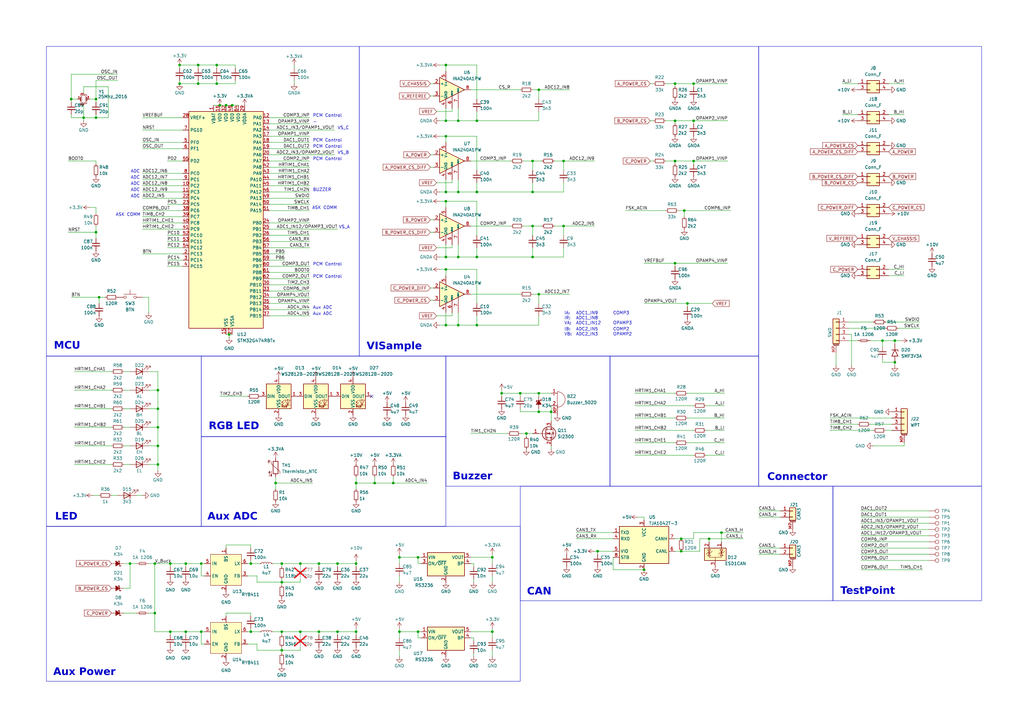
<source format=kicad_sch>
(kicad_sch (version 20231120) (generator "eeschema") (generator_version "8.0")
  (paper "A3")
  (junction (at 218.44 78.74))
  (junction (at 102.87 259.08))
  (junction (at 95.25 43.18))
  (junction (at 63.5 251.46))
  (junction (at 205.74 161.29))
  (junction (at 40.64 121.92))
  (junction (at 284.48 66.04))
  (junction (at 182.88 26.67))
  (junction (at 88.9 26.67))
  (junction (at 215.9 177.8))
  (junction (at 82.55 259.08))
  (junction (at 195.58 133.35))
  (junction (at 220.98 161.29))
  (junction (at 64.77 182.88))
  (junction (at 187.96 49.53))
  (junction (at 220.98 120.65))
  (junction (at 284.48 34.29))
  (junction (at 218.44 92.71))
  (junction (at 182.88 49.53))
  (junction (at 195.58 49.53))
  (junction (at 226.06 168.91))
  (junction (at 39.37 48.26))
  (junction (at 39.37 95.25))
  (junction (at 76.2 259.08))
  (junction (at 276.86 49.53))
  (junction (at 213.36 161.29))
  (junction (at 161.29 198.12))
  (junction (at 171.45 259.08))
  (junction (at 81.28 26.67))
  (junction (at 93.98 137.16))
  (junction (at 187.96 78.74))
  (junction (at 218.44 105.41))
  (junction (at 187.96 105.41))
  (junction (at 231.14 92.71))
  (junction (at 73.66 26.67))
  (junction (at 115.57 259.08))
  (junction (at 279.4 226.06))
  (junction (at 34.29 48.26))
  (junction (at 182.88 78.74))
  (junction (at 81.28 34.29))
  (junction (at 367.03 139.7))
  (junction (at 290.83 220.98))
  (junction (at 64.77 160.02))
  (junction (at 201.93 228.6))
  (junction (at 64.77 175.26))
  (junction (at 182.88 55.88))
  (junction (at 279.4 220.98))
  (junction (at 29.21 40.64))
  (junction (at 39.37 40.64))
  (junction (at 138.43 231.14))
  (junction (at 245.11 226.06))
  (junction (at 123.19 231.14))
  (junction (at 182.88 105.41))
  (junction (at 115.57 238.76))
  (junction (at 113.03 198.12))
  (junction (at 146.05 198.12))
  (junction (at 115.57 266.7))
  (junction (at 73.66 34.29))
  (junction (at 361.95 139.7))
  (junction (at 115.57 231.14))
  (junction (at 195.58 105.41))
  (junction (at 163.83 259.08))
  (junction (at 64.77 167.64))
  (junction (at 280.67 86.36))
  (junction (at 367.03 148.59))
  (junction (at 146.05 259.08))
  (junction (at 163.83 228.6))
  (junction (at 153.67 198.12))
  (junction (at 220.98 36.83))
  (junction (at 276.86 107.95))
  (junction (at 92.71 43.18))
  (junction (at 90.17 43.18))
  (junction (at 218.44 66.04))
  (junction (at 231.14 66.04))
  (junction (at 82.55 231.14))
  (junction (at 88.9 34.29))
  (junction (at 182.88 82.55))
  (junction (at 220.98 168.91))
  (junction (at 123.19 259.08))
  (junction (at 182.88 110.49))
  (junction (at 76.2 231.14))
  (junction (at 69.85 231.14))
  (junction (at 195.58 78.74))
  (junction (at 182.88 133.35))
  (junction (at 276.86 66.04))
  (junction (at 276.86 34.29))
  (junction (at 69.85 259.08))
  (junction (at 64.77 190.5))
  (junction (at 171.45 228.6))
  (junction (at 130.81 259.08))
  (junction (at 102.87 231.14))
  (junction (at 295.91 218.44))
  (junction (at 281.94 124.46))
  (junction (at 284.48 49.53))
  (junction (at 130.81 231.14))
  (junction (at 53.34 231.14))
  (junction (at 138.43 259.08))
  (junction (at 146.05 231.14))
  (junction (at 63.5 231.14))
  (junction (at 187.96 133.35))
  (junction (at 264.16 233.68))
  (junction (at 201.93 259.08))
  (no_connect (at 152.4 162.56))
  (wire (pts (xy 266.7 34.29) (xy 267.97 34.29)))
  (wire (pts (xy 39.37 46.99) (xy 39.37 48.26)))
  (wire (pts (xy 218.44 92.71) (xy 222.25 92.71)))
  (wire (pts (xy 260.35 161.29) (xy 276.86 161.29)))
  (wire (pts (xy 187.96 133.35) (xy 182.88 133.35)))
  (wire (pts (xy 39.37 41.91) (xy 39.37 40.64)))
  (wire (pts (xy 64.77 167.64) (xy 64.77 160.02)))
  (wire (pts (xy 195.58 55.88) (xy 182.88 55.88)))
  (wire (pts (xy 68.58 83.82) (xy 74.93 83.82)))
  (wire (pts (xy 260.35 176.53) (xy 284.48 176.53)))
  (wire (pts (xy 138.43 231.14) (xy 146.05 231.14)))
  (wire (pts (xy 226.06 168.91) (xy 226.06 172.72)))
  (wire (pts (xy 102.87 251.46) (xy 102.87 252.73)))
  (wire (pts (xy 205.74 162.56) (xy 205.74 161.29)))
  (wire (pts (xy 185.42 73.66) (xy 185.42 74.93)))
  (wire (pts (xy 187.96 128.27) (xy 187.96 133.35)))
  (wire (pts (xy 82.55 259.08) (xy 82.55 264.16)))
  (wire (pts (xy 356.87 173.99) (xy 365.76 173.99)))
  (wire (pts (xy 370.84 182.88) (xy 370.84 181.61)))
  (wire (pts (xy 110.49 121.92) (xy 127 121.92)))
  (wire (pts (xy 60.96 121.92) (xy 60.96 128.27)))
  (wire (pts (xy 311.15 209.55) (xy 320.04 209.55)))
  (wire (pts (xy 245.11 226.06) (xy 245.11 227.33)))
  (wire (pts (xy 361.95 139.7) (xy 361.95 142.24)))
  (wire (pts (xy 58.42 73.66) (xy 74.93 73.66)))
  (wire (pts (xy 226.06 184.15) (xy 226.06 182.88)))
  (wire (pts (xy 90.17 43.18) (xy 92.71 43.18)))
  (wire (pts (xy 50.8 251.46) (xy 55.88 251.46)))
  (wire (pts (xy 115.57 240.03) (xy 115.57 238.76)))
  (wire (pts (xy 58.42 93.98) (xy 74.93 93.98)))
  (wire (pts (xy 295.91 218.44) (xy 304.8 218.44)))
  (wire (pts (xy 113.03 198.12) (xy 113.03 200.66)))
  (wire (pts (xy 220.98 162.56) (xy 220.98 161.29)))
  (wire (pts (xy 231.14 74.93) (xy 231.14 78.74)))
  (wire (pts (xy 92.71 224.79) (xy 92.71 223.52)))
  (wire (pts (xy 58.42 53.34) (xy 74.93 53.34)))
  (wire (pts (xy 130.81 259.08) (xy 130.81 260.35)))
  (wire (pts (xy 195.58 78.74) (xy 187.96 78.74)))
  (wire (pts (xy 110.49 124.46) (xy 127 124.46)))
  (wire (pts (xy 73.66 33.02) (xy 73.66 34.29)))
  (wire (pts (xy 96.52 33.02) (xy 96.52 34.29)))
  (wire (pts (xy 58.42 60.96) (xy 74.93 60.96)))
  (wire (pts (xy 127 60.96) (xy 110.49 60.96)))
  (wire (pts (xy 30.48 167.64) (xy 45.72 167.64)))
  (wire (pts (xy 101.6 236.22) (xy 105.41 236.22)))
  (wire (pts (xy 340.36 176.53) (xy 358.14 176.53)))
  (wire (pts (xy 182.88 110.49) (xy 182.88 113.03)))
  (wire (pts (xy 123.19 231.14) (xy 130.81 231.14)))
  (wire (pts (xy 115.57 232.41) (xy 115.57 231.14)))
  (wire (pts (xy 120.65 26.67) (xy 120.65 27.94)))
  (wire (pts (xy 30.48 175.26) (xy 45.72 175.26)))
  (wire (pts (xy 153.67 198.12) (xy 161.29 198.12)))
  (wire (pts (xy 172.72 228.6) (xy 171.45 228.6)))
  (wire (pts (xy 193.04 92.71) (xy 209.55 92.71)))
  (wire (pts (xy 127 86.36) (xy 110.49 86.36)))
  (wire (pts (xy 214.63 92.71) (xy 218.44 92.71)))
  (wire (pts (xy 102.87 259.08) (xy 106.68 259.08)))
  (wire (pts (xy 205.74 160.02) (xy 205.74 161.29)))
  (wire (pts (xy 44.45 35.56) (xy 44.45 48.26)))
  (wire (pts (xy 363.22 176.53) (xy 365.76 176.53)))
  (wire (pts (xy 381 224.79) (xy 353.06 224.79)))
  (wire (pts (xy 127 58.42) (xy 110.49 58.42)))
  (wire (pts (xy 281.94 124.46) (xy 281.94 125.73)))
  (wire (pts (xy 34.29 35.56) (xy 44.45 35.56)))
  (wire (pts (xy 146.05 198.12) (xy 146.05 200.66)))
  (wire (pts (xy 34.29 48.26) (xy 34.29 49.53)))
  (wire (pts (xy 231.14 105.41) (xy 218.44 105.41)))
  (wire (pts (xy 68.58 106.68) (xy 74.93 106.68)))
  (wire (pts (xy 69.85 231.14) (xy 69.85 232.41)))
  (wire (pts (xy 345.44 34.29) (xy 351.79 34.29)))
  (wire (pts (xy 30.48 160.02) (xy 45.72 160.02)))
  (wire (pts (xy 50.8 190.5) (xy 53.34 190.5)))
  (wire (pts (xy 377.19 132.08) (xy 363.22 132.08)))
  (wire (pts (xy 182.88 26.67) (xy 182.88 29.21)))
  (wire (pts (xy 201.93 228.6) (xy 201.93 231.14)))
  (wire (pts (xy 231.14 66.04) (xy 243.84 66.04)))
  (wire (pts (xy 172.72 231.14) (xy 171.45 231.14)))
  (wire (pts (xy 347.98 134.62) (xy 363.22 134.62)))
  (wire (pts (xy 34.29 38.1) (xy 34.29 35.56)))
  (wire (pts (xy 110.49 73.66) (xy 127 73.66)))
  (wire (pts (xy 53.34 231.14) (xy 53.34 241.3)))
  (wire (pts (xy 39.37 66.04) (xy 39.37 67.31)))
  (wire (pts (xy 193.04 177.8) (xy 208.28 177.8)))
  (wire (pts (xy 185.42 74.93) (xy 179.07 74.93)))
  (wire (pts (xy 90.17 43.18) (xy 87.63 43.18)))
  (wire (pts (xy 105.41 238.76) (xy 115.57 238.76)))
  (wire (pts (xy 276.86 66.04) (xy 276.86 67.31)))
  (wire (pts (xy 185.42 45.72) (xy 179.07 45.72)))
  (wire (pts (xy 123.19 260.35) (xy 123.19 259.08)))
  (wire (pts (xy 127 50.8) (xy 110.49 50.8)))
  (wire (pts (xy 63.5 259.08) (xy 69.85 259.08)))
  (wire (pts (xy 381 214.63) (xy 353.06 214.63)))
  (wire (pts (xy 60.96 175.26) (xy 64.77 175.26)))
  (wire (pts (xy 349.25 137.16) (xy 349.25 149.86)))
  (wire (pts (xy 81.28 34.29) (xy 88.9 34.29)))
  (wire (pts (xy 110.49 81.28) (xy 127 81.28)))
  (wire (pts (xy 171.45 259.08) (xy 163.83 259.08)))
  (wire (pts (xy 195.58 49.53) (xy 220.98 49.53)))
  (wire (pts (xy 105.41 266.7) (xy 115.57 266.7)))
  (wire (pts (xy 226.06 166.37) (xy 226.06 168.91)))
  (wire (pts (xy 176.53 39.37) (xy 177.8 39.37)))
  (wire (pts (xy 284.48 34.29) (xy 284.48 35.56)))
  (wire (pts (xy 176.53 95.25) (xy 177.8 95.25)))
  (wire (pts (xy 381 219.71) (xy 353.06 219.71)))
  (wire (pts (xy 63.5 231.14) (xy 69.85 231.14)))
  (wire (pts (xy 64.77 160.02) (xy 64.77 152.4)))
  (wire (pts (xy 180.34 26.67) (xy 182.88 26.67)))
  (wire (pts (xy 213.36 167.64) (xy 213.36 168.91)))
  (wire (pts (xy 64.77 175.26) (xy 64.77 182.88)))
  (wire (pts (xy 127 116.84) (xy 110.49 116.84)))
  (wire (pts (xy 195.58 129.54) (xy 195.58 133.35)))
  (wire (pts (xy 58.42 76.2) (xy 74.93 76.2)))
  (wire (pts (xy 182.88 55.88) (xy 180.34 55.88)))
  (wire (pts (xy 95.25 43.18) (xy 97.79 43.18)))
  (wire (pts (xy 195.58 82.55) (xy 182.88 82.55)))
  (wire (pts (xy 195.58 26.67) (xy 195.58 40.64)))
  (wire (pts (xy 182.88 26.67) (xy 195.58 26.67)))
  (wire (pts (xy 361.95 147.32) (xy 361.95 148.59)))
  (wire (pts (xy 81.28 26.67) (xy 88.9 26.67)))
  (wire (pts (xy 364.49 46.99) (xy 370.84 46.99)))
  (wire (pts (xy 284.48 220.98) (xy 279.4 220.98)))
  (wire (pts (xy 50.8 167.64) (xy 53.34 167.64)))
  (wire (pts (xy 29.21 40.64) (xy 29.21 41.91)))
  (wire (pts (xy 187.96 44.45) (xy 187.96 49.53)))
  (wire (pts (xy 101.6 231.14) (xy 102.87 231.14)))
  (wire (pts (xy 193.04 36.83) (xy 213.36 36.83)))
  (wire (pts (xy 195.58 82.55) (xy 195.58 96.52)))
  (wire (pts (xy 180.34 105.41) (xy 182.88 105.41)))
  (wire (pts (xy 276.86 34.29) (xy 276.86 35.56)))
  (wire (pts (xy 105.41 236.22) (xy 105.41 238.76)))
  (wire (pts (xy 39.37 33.02) (xy 39.37 40.64)))
  (wire (pts (xy 123.19 238.76) (xy 123.19 237.49)))
  (wire (pts (xy 227.33 66.04) (xy 231.14 66.04)))
  (wire (pts (xy 180.34 82.55) (xy 182.88 82.55)))
  (wire (pts (xy 58.42 88.9) (xy 74.93 88.9)))
  (wire (pts (xy 110.49 101.6) (xy 127 101.6)))
  (wire (pts (xy 260.35 181.61) (xy 276.86 181.61)))
  (wire (pts (xy 39.37 33.02) (xy 48.26 33.02)))
  (wire (pts (xy 220.98 161.29) (xy 226.06 161.29)))
  (wire (pts (xy 39.37 95.25) (xy 39.37 97.79)))
  (wire (pts (xy 284.48 49.53) (xy 284.48 50.8)))
  (wire (pts (xy 171.45 261.62) (xy 171.45 259.08)))
  (wire (pts (xy 261.62 212.09) (xy 264.16 212.09)))
  (wire (pts (xy 69.85 259.08) (xy 69.85 260.35)))
  (wire (pts (xy 284.48 34.29) (xy 298.45 34.29)))
  (wire (pts (xy 102.87 223.52) (xy 102.87 224.79)))
  (wire (pts (xy 68.58 101.6) (xy 74.93 101.6)))
  (wire (pts (xy 163.83 228.6) (xy 163.83 231.14)))
  (wire (pts (xy 353.06 233.68) (xy 378.46 233.68)))
  (wire (pts (xy 50.8 182.88) (xy 53.34 182.88)))
  (wire (pts (xy 187.96 73.66) (xy 187.96 78.74)))
  (wire (pts (xy 29.21 121.92) (xy 40.64 121.92)))
  (wire (pts (xy 146.05 257.81) (xy 146.05 259.08)))
  (wire (pts (xy 276.86 66.04) (xy 284.48 66.04)))
  (wire (pts (xy 50.8 160.02) (xy 53.34 160.02)))
  (wire (pts (xy 284.48 66.04) (xy 284.48 67.31)))
  (wire (pts (xy 340.36 171.45) (xy 365.76 171.45)))
  (wire (pts (xy 146.05 259.08) (xy 146.05 260.35)))
  (wire (pts (xy 146.05 198.12) (xy 153.67 198.12)))
  (wire (pts (xy 58.42 121.92) (xy 60.96 121.92)))
  (wire (pts (xy 88.9 34.29) (xy 96.52 34.29)))
  (wire (pts (xy 287.02 220.98) (xy 290.83 220.98)))
  (wire (pts (xy 231.14 66.04) (xy 231.14 69.85)))
  (wire (pts (xy 264.16 124.46) (xy 281.94 124.46)))
  (wire (pts (xy 195.58 110.49) (xy 195.58 124.46)))
  (wire (pts (xy 60.96 152.4) (xy 64.77 152.4)))
  (wire (pts (xy 76.2 231.14) (xy 76.2 232.41)))
  (wire (pts (xy 82.55 231.14) (xy 82.55 236.22)))
  (wire (pts (xy 213.36 177.8) (xy 215.9 177.8)))
  (wire (pts (xy 60.96 251.46) (xy 63.5 251.46)))
  (wire (pts (xy 256.54 86.36) (xy 273.05 86.36)))
  (wire (pts (xy 251.46 228.6) (xy 251.46 233.68)))
  (wire (pts (xy 381 222.25) (xy 353.06 222.25)))
  (wire (pts (xy 110.49 99.06) (xy 127 99.06)))
  (wire (pts (xy 182.88 73.66) (xy 182.88 78.74)))
  (wire (pts (xy 356.87 139.7) (xy 361.95 139.7)))
  (wire (pts (xy 163.83 269.24) (xy 163.83 266.7)))
  (wire (pts (xy 90.17 162.56) (xy 101.6 162.56)))
  (wire (pts (xy 185.42 100.33) (xy 185.42 101.6)))
  (wire (pts (xy 39.37 92.71) (xy 39.37 95.25)))
  (wire (pts (xy 48.26 30.48) (xy 29.21 30.48)))
  (wire (pts (xy 115.57 238.76) (xy 123.19 238.76)))
  (wire (pts (xy 276.86 226.06) (xy 279.4 226.06)))
  (wire (pts (xy 187.96 78.74) (xy 182.88 78.74)))
  (wire (pts (xy 279.4 226.06) (xy 287.02 226.06)))
  (wire (pts (xy 185.42 101.6) (xy 179.07 101.6)))
  (wire (pts (xy 276.86 34.29) (xy 284.48 34.29)))
  (wire (pts (xy 73.66 34.29) (xy 81.28 34.29)))
  (wire (pts (xy 290.83 220.98) (xy 290.83 222.25)))
  (wire (pts (xy 110.49 76.2) (xy 127 76.2)))
  (wire (pts (xy 64.77 190.5) (xy 64.77 193.04)))
  (wire (pts (xy 58.42 78.74) (xy 74.93 78.74)))
  (wire (pts (xy 127 114.3) (xy 110.49 114.3)))
  (wire (pts (xy 127 119.38) (xy 110.49 119.38)))
  (wire (pts (xy 55.88 203.2) (xy 58.42 203.2)))
  (wire (pts (xy 36.83 40.64) (xy 39.37 40.64)))
  (wire (pts (xy 138.43 259.08) (xy 138.43 260.35)))
  (wire (pts (xy 138.43 231.14) (xy 138.43 232.41)))
  (wire (pts (xy 53.34 231.14) (xy 55.88 231.14)))
  (wire (pts (xy 180.34 133.35) (xy 182.88 133.35)))
  (wire (pts (xy 381 229.87) (xy 353.06 229.87)))
  (wire (pts (xy 27.94 66.04) (xy 39.37 66.04)))
  (wire (pts (xy 39.37 85.09) (xy 39.37 87.63)))
  (wire (pts (xy 123.19 259.08) (xy 130.81 259.08)))
  (wire (pts (xy 227.33 92.71) (xy 231.14 92.71)))
  (wire (pts (xy 220.98 36.83) (xy 233.68 36.83)))
  (wire (pts (xy 182.88 44.45) (xy 182.88 49.53)))
  (wire (pts (xy 81.28 26.67) (xy 81.28 27.94)))
  (wire (pts (xy 93.98 137.16) (xy 92.71 137.16)))
  (wire (pts (xy 63.5 251.46) (xy 63.5 259.08)))
  (wire (pts (xy 194.31 238.76) (xy 194.31 237.49)))
  (wire (pts (xy 273.05 66.04) (xy 276.86 66.04)))
  (wire (pts (xy 185.42 44.45) (xy 185.42 45.72)))
  (wire (pts (xy 127 55.88) (xy 110.49 55.88)))
  (wire (pts (xy 92.71 251.46) (xy 102.87 251.46)))
  (wire (pts (xy 278.13 86.36) (xy 280.67 86.36)))
  (wire (pts (xy 273.05 49.53) (xy 276.86 49.53)))
  (wire (pts (xy 176.53 68.58) (xy 177.8 68.58)))
  (wire (pts (xy 102.87 257.81) (xy 102.87 259.08)))
  (wire (pts (xy 194.31 231.14) (xy 194.31 232.41)))
  (wire (pts (xy 102.87 229.87) (xy 102.87 231.14)))
  (wire (pts (xy 273.05 34.29) (xy 276.86 34.29)))
  (wire (pts (xy 345.44 46.99) (xy 351.79 46.99)))
  (wire (pts (xy 88.9 26.67) (xy 88.9 27.94)))
  (wire (pts (xy 284.48 218.44) (xy 284.48 220.98)))
  (wire (pts (xy 64.77 182.88) (xy 64.77 190.5)))
  (wire (pts (xy 38.1 203.2) (xy 40.64 203.2)))
  (wire (pts (xy 215.9 179.07) (xy 215.9 177.8)))
  (wire (pts (xy 50.8 241.3) (xy 53.34 241.3)))
  (wire (pts (xy 281.94 171.45) (xy 297.18 171.45)))
  (wire (pts (xy 68.58 66.04) (xy 74.93 66.04)))
  (wire (pts (xy 146.05 195.58) (xy 146.05 198.12)))
  (wire (pts (xy 276.86 107.95) (xy 298.45 107.95)))
  (wire (pts (xy 284.48 218.44) (xy 295.91 218.44)))
  (wire (pts (xy 195.58 105.41) (xy 187.96 105.41)))
  (wire (pts (xy 201.93 227.33) (xy 201.93 228.6)))
  (wire (pts (xy 83.82 264.16) (xy 82.55 264.16)))
  (wire (pts (xy 92.71 223.52) (xy 102.87 223.52)))
  (wire (pts (xy 231.14 92.71) (xy 231.14 96.52)))
  (wire (pts (xy 176.53 34.29) (xy 177.8 34.29)))
  (wire (pts (xy 182.88 82.55) (xy 182.88 85.09)))
  (wire (pts (xy 289.56 186.69) (xy 297.18 186.69)))
  (wire (pts (xy 163.83 227.33) (xy 163.83 228.6)))
  (wire (pts (xy 137.16 63.5) (xy 110.49 63.5)))
  (wire (pts (xy 220.98 168.91) (xy 226.06 168.91)))
  (wire (pts (xy 68.58 99.06) (xy 74.93 99.06)))
  (wire (pts (xy 48.26 203.2) (xy 45.72 203.2)))
  (wire (pts (xy 193.04 259.08) (xy 201.93 259.08)))
  (wire (pts (xy 127 78.74) (xy 110.49 78.74)))
  (wire (pts (xy 105.41 264.16) (xy 105.41 266.7)))
  (wire (pts (xy 115.57 266.7) (xy 123.19 266.7)))
  (wire (pts (xy 218.44 36.83) (xy 220.98 36.83)))
  (wire (pts (xy 115.57 266.7) (xy 115.57 265.43)))
  (wire (pts (xy 96.52 26.67) (xy 96.52 27.94)))
  (wire (pts (xy 193.04 228.6) (xy 201.93 228.6)))
  (wire (pts (xy 201.93 269.24) (xy 201.93 266.7)))
  (wire (pts (xy 58.42 86.36) (xy 74.93 86.36)))
  (wire (pts (xy 201.93 257.81) (xy 201.93 259.08)))
  (wire (pts (xy 58.42 48.26) (xy 74.93 48.26)))
  (wire (pts (xy 69.85 231.14) (xy 76.2 231.14)))
  (wire (pts (xy 358.14 182.88) (xy 370.84 182.88)))
  (wire (pts (xy 58.42 104.14) (xy 74.93 104.14)))
  (wire (pts (xy 195.58 105.41) (xy 218.44 105.41)))
  (wire (pts (xy 115.57 260.35) (xy 115.57 259.08)))
  (wire (pts (xy 50.8 152.4) (xy 53.34 152.4)))
  (wire (pts (xy 39.37 48.26) (xy 34.29 48.26)))
  (wire (pts (xy 231.14 78.74) (xy 218.44 78.74)))
  (wire (pts (xy 29.21 48.26) (xy 34.29 48.26)))
  (wire (pts (xy 231.14 101.6) (xy 231.14 105.41)))
  (wire (pts (xy 83.82 231.14) (xy 82.55 231.14)))
  (wire (pts (xy 130.81 259.08) (xy 138.43 259.08)))
  (wire (pts (xy 195.58 133.35) (xy 187.96 133.35)))
  (wire (pts (xy 130.81 231.14) (xy 130.81 232.41)))
  (wire (pts (xy 137.16 53.34) (xy 110.49 53.34)))
  (wire (pts (xy 138.43 93.98) (xy 110.49 93.98)))
  (wire (pts (xy 280.67 86.36) (xy 280.67 88.9)))
  (wire (pts (xy 161.29 198.12) (xy 175.26 198.12)))
  (wire (pts (xy 29.21 40.64) (xy 31.75 40.64)))
  (wire (pts (xy 101.6 264.16) (xy 105.41 264.16)))
  (wire (pts (xy 138.43 259.08) (xy 146.05 259.08)))
  (wire (pts (xy 68.58 109.22) (xy 74.93 109.22)))
  (wire (pts (xy 58.42 71.12) (xy 74.93 71.12)))
  (wire (pts (xy 377.19 134.62) (xy 368.3 134.62)))
  (wire (pts (xy 187.96 105.41) (xy 182.88 105.41)))
  (wire (pts (xy 266.7 49.53) (xy 267.97 49.53)))
  (wire (pts (xy 82.55 231.14) (xy 76.2 231.14)))
  (wire (pts (xy 260.35 171.45) (xy 276.86 171.45)))
  (wire (pts (xy 110.49 71.12) (xy 127 71.12)))
  (wire (pts (xy 88.9 33.02) (xy 88.9 34.29)))
  (wire (pts (xy 290.83 220.98) (xy 304.8 220.98)))
  (wire (pts (xy 284.48 49.53) (xy 298.45 49.53)))
  (wire (pts (xy 127 66.04) (xy 110.49 66.04)))
  (wire (pts (xy 81.28 33.02) (xy 81.28 34.29)))
  (wire (pts (xy 195.58 74.93) (xy 195.58 78.74)))
  (wire (pts (xy 127 91.44) (xy 110.49 91.44)))
  (wire (pts (xy 88.9 26.67) (xy 96.52 26.67)))
  (wire (pts (xy 153.67 195.58) (xy 153.67 198.12)))
  (wire (pts (xy 381 227.33) (xy 353.06 227.33)))
  (wire (pts (xy 213.36 162.56) (xy 213.36 161.29)))
  (wire (pts (xy 361.95 139.7) (xy 367.03 139.7)))
  (wire (pts (xy 220.98 129.54) (xy 220.98 133.35)))
  (wire (pts (xy 176.53 63.5) (xy 177.8 63.5)))
  (wire (pts (xy 195.58 101.6) (xy 195.58 105.41)))
  (wire (pts (xy 220.98 167.64) (xy 220.98 168.91)))
  (wire (pts (xy 110.49 83.82) (xy 127 83.82)))
  (wire (pts (xy 187.96 49.53) (xy 182.88 49.53)))
  (wire (pts (xy 176.53 123.19) (xy 177.8 123.19)))
  (wire (pts (xy 73.66 26.67) (xy 81.28 26.67)))
  (wire (pts (xy 127 48.26) (xy 110.49 48.26)))
  (wire (pts (xy 180.34 110.49) (xy 182.88 110.49)))
  (wire (pts (xy 130.81 231.14) (xy 138.43 231.14)))
  (wire (pts (xy 364.49 110.49) (xy 370.84 110.49)))
  (wire (pts (xy 289.56 176.53) (xy 297.18 176.53)))
  (wire (pts (xy 116.84 104.14) (xy 110.49 104.14)))
  (wire (pts (xy 276.86 49.53) (xy 284.48 49.53)))
  (wire (pts (xy 60.96 160.02) (xy 64.77 160.02)))
  (wire (pts (xy 220.98 120.65) (xy 233.68 120.65)))
  (wire (pts (xy 40.64 121.92) (xy 43.18 121.92)))
  (wire (pts (xy 127 96.52) (xy 110.49 96.52)))
  (wire (pts (xy 123.19 266.7) (xy 123.19 265.43)))
  (wire (pts (xy 171.45 228.6) (xy 163.83 228.6)))
  (wire (pts (xy 358.14 132.08) (xy 347.98 132.08)))
  (wire (pts (xy 60.96 190.5) (xy 64.77 190.5)))
  (wire (pts (xy 218.44 66.04) (xy 218.44 69.85)))
  (wire (pts (xy 82.55 259.08) (xy 76.2 259.08)))
  (wire (pts (xy 264.16 212.09) (xy 264.16 213.36)))
  (wire (pts (xy 276.86 107.95) (xy 276.86 109.22)))
  (wire (pts (xy 76.2 259.08) (xy 76.2 260.35)))
  (wire (pts (xy 260.35 186.69) (xy 284.48 186.69)))
  (wire (pts (xy 115.57 231.14) (xy 123.19 231.14)))
  (wire (pts (xy 101.6 259.08) (xy 102.87 259.08)))
  (wire (pts (xy 68.58 96.52) (xy 74.93 96.52)))
  (wire (pts (xy 182.88 55.88) (xy 182.88 58.42)))
  (wire (pts (xy 120.65 33.02) (xy 120.65 34.29)))
  (wire (pts (xy 213.36 161.29) (xy 220.98 161.29)))
  (wire (pts (xy 123.19 232.41) (xy 123.19 231.14)))
  (wire (pts (xy 193.04 120.65) (xy 213.36 120.65)))
  (wire (pts (xy 58.42 81.28) (xy 74.93 81.28)))
  (wire (pts (xy 367.03 140.97) (xy 367.03 139.7)))
  (wire (pts (xy 58.42 91.44) (xy 74.93 91.44)))
  (wire (pts (xy 29.21 46.99) (xy 29.21 48.26)))
  (wire (pts (xy 260.35 166.37) (xy 284.48 166.37)))
  (wire (pts (xy 163.83 238.76) (xy 163.83 236.22)))
  (wire (pts (xy 187.96 100.33) (xy 187.96 105.41)))
  (wire (pts (xy 195.58 55.88) (xy 195.58 69.85)))
  (wire (pts (xy 214.63 66.04) (xy 218.44 66.04)))
  (wire (pts (xy 180.34 49.53) (xy 182.88 49.53)))
  (wire (pts (xy 185.42 128.27) (xy 185.42 129.54)))
  (wire (pts (xy 161.29 195.58) (xy 161.29 198.12)))
  (wire (pts (xy 205.74 161.29) (xy 213.36 161.29)))
  (wire (pts (xy 281.94 161.29) (xy 297.18 161.29)))
  (wire (pts (xy 381 209.55) (xy 353.06 209.55)))
  (wire (pts (xy 111.76 259.08) (xy 115.57 259.08)))
  (wire (pts (xy 146.05 231.14) (xy 146.05 232.41)))
  (wire (pts (xy 172.72 261.62) (xy 171.45 261.62)))
  (wire (pts (xy 30.48 190.5) (xy 45.72 190.5)))
  (wire (pts (xy 218.44 92.71) (xy 218.44 96.52)))
  (wire (pts (xy 60.96 231.14) (xy 63.5 231.14)))
  (wire (pts (xy 60.96 182.88) (xy 64.77 182.88)))
  (wire (pts (xy 342.9 149.86) (xy 342.9 144.78)))
  (wire (pts (xy 367.03 139.7) (xy 369.57 139.7)))
  (wire (pts (xy 361.95 148.59) (xy 367.03 148.59)))
  (wire (pts (xy 163.83 259.08) (xy 163.83 261.62)))
  (wire (pts (xy 182.88 100.33) (xy 182.88 105.41)))
  (wire (pts (xy 220.98 45.72) (xy 220.98 49.53)))
  (wire (pts (xy 193.04 66.04) (xy 209.55 66.04)))
  (wire (pts (xy 218.44 101.6) (xy 218.44 105.41)))
  (wire (pts (xy 64.77 175.26) (xy 64.77 167.64)))
  (wire (pts (xy 195.58 133.35) (xy 220.98 133.35)))
  (wire (pts (xy 171.45 231.14) (xy 171.45 228.6)))
  (wire (pts (xy 185.42 129.54) (xy 179.07 129.54)))
  (wire (pts (xy 60.96 167.64) (xy 64.77 167.64)))
  (wire (pts (xy 231.14 92.71) (xy 243.84 92.71)))
  (wire (pts (xy 311.15 212.09) (xy 320.04 212.09)))
  (wire (pts (xy 93.98 138.43) (xy 93.98 137.16)))
  (wire (pts (xy 115.57 267.97) (xy 115.57 266.7)))
  (wire (pts (xy 218.44 66.04) (xy 222.25 66.04)))
  (wire (pts (xy 34.29 43.18) (xy 34.29 48.26)))
  (wire (pts (xy 115.57 238.76) (xy 115.57 237.49)))
  (wire (pts (xy 92.71 43.18) (xy 95.25 43.18)))
  (wire (pts (xy 30.48 152.4) (xy 45.72 152.4)))
  (wire (pts (xy 347.98 137.16) (xy 349.25 137.16)))
  (wire (pts (xy 340.36 173.99) (xy 351.79 173.99)))
  (wire (pts (xy 279.4 220.98) (xy 276.86 220.98)))
  (wire (pts (xy 364.49 113.03) (xy 370.84 113.03)))
  (wire (pts (xy 63.5 231.14) (xy 63.5 251.46)))
  (wire (pts (xy 116.84 106.68) (xy 110.49 106.68)))
  (wire (pts (xy 195.58 110.49) (xy 182.88 110.49)))
  (wire (pts (xy 111.76 231.14) (xy 115.57 231.14)))
  (wire (pts (xy 40.64 121.92) (xy 40.64 124.46)))
  (wire (pts (xy 243.84 226.06) (xy 245.11 226.06)))
  (wire (pts (xy 280.67 86.36) (xy 299.72 86.36)))
  (wire (pts (xy 311.15 227.33) (xy 320.04 227.33)))
  (wire (pts (xy 201.93 238.76) (xy 201.93 236.22)))
  (wire (pts (xy 220.98 120.65) (xy 220.98 124.46)))
  (wire (pts (xy 50.8 231.14) (xy 53.34 231.14)))
  (wire (pts (xy 381 217.17) (xy 353.06 217.17)))
  (wire (pts (xy 146.05 229.87) (xy 146.05 231.14)))
  (wire (pts (xy 182.88 128.27) (xy 182.88 133.35)))
  (wire (pts (xy 264.16 107.95) (xy 276.86 107.95)))
  (wire (pts (xy 127 109.22) (xy 110.49 109.22)))
  (wire (pts (xy 195.58 49.53) (xy 187.96 49.53)))
  (wire (pts (xy 284.48 66.04) (xy 298.45 66.04)))
  (wire (pts (xy 213.36 168.91) (xy 220.98 168.91)))
  (wire (pts (xy 236.22 220.98) (xy 251.46 220.98)))
  (wire (pts (xy 36.83 85.09) (xy 39.37 85.09)))
  (wire (pts (xy 281.94 181.61) (xy 297.18 181.61)))
  (wire (pts (xy 127 127) (xy 110.49 127)))
  (wire (pts (xy 95.25 137.16) (xy 93.98 137.16)))
  (wire (pts (xy 69.85 259.08) (xy 76.2 259.08)))
  (wire (pts (xy 276.86 49.53) (xy 276.86 50.8)))
  (wire (pts (xy 180.34 78.74) (xy 182.88 78.74)))
  (wire (pts (xy 74.93 58.42) (xy 58.42 58.42)))
  (wire (pts (xy 289.56 166.37) (xy 297.18 166.37)))
  (wire (pts (xy 364.49 34.29) (xy 370.84 34.29)))
  (wire (pts (xy 92.71 252.73) (xy 92.71 251.46)))
  (wire (pts (xy 287.02 220.98) (xy 287.02 226.06)))
  (wire (pts (xy 236.22 218.44) (xy 251.46 218.44)))
  (wire (pts (xy 193.04 231.14) (xy 194.31 231.14)))
  (wire (pts (xy 218.44 74.93) (xy 218.44 78.74)))
  (wire (pts (xy 347.98 139.7) (xy 351.79 139.7)))
  (wire (pts (xy 194.31 261.62) (xy 194.31 262.89)))
  (wire (pts (xy 215.9 177.8) (xy 218.44 177.8)))
  (wire (pts (xy 295.91 218.44) (xy 295.91 222.25)))
  (wire (pts (xy 83.82 236.22) (xy 82.55 236.22)))
  (wire (pts (xy 176.53 90.17) (xy 177.8 90.17)))
  (wire (pts (xy 113.03 198.12) (xy 128.27 198.12)))
  (wire (pts (xy 113.03 195.58) (xy 113.03 198.12)))
  (wire (pts (xy 201.93 259.08) (xy 201.93 261.62)))
  (wire (pts (xy 115.57 259.08) (xy 123.19 259.08)))
  (wire (pts (xy 195.58 78.74) (xy 218.44 78.74)))
  (wire (pts (xy 381 212.09) (xy 353.06 212.09)))
  (wire (pts (xy 311.15 224.79) (xy 320.04 224.79)))
  (wire (pts (xy 266.7 66.04) (xy 267.97 66.04)))
  (wire (pts (xy 281.94 124.46) (xy 292.1 124.46)))
  (wire (pts (xy 367.03 148.59) (xy 367.03 149.86)))
  (wire (pts (xy 83.82 259.08) (xy 82.55 259.08)))
  (wire (pts (xy 127 111.76) (xy 110.49 111.76)))
  (wire (pts (xy 245.11 226.06) (xy 251.46 226.06)))
  (wire (pts (xy 102.87 231.14) (xy 106.68 231.14)))
  (wire (pts (xy 194.31 269.24) (xy 194.31 267.97)))
  (wire (pts (xy 110.49 68.58) (xy 127 68.58)))
  (wire (pts (xy 176.53 118.11) (xy 177.8 118.11)))
  (wire (pts (xy 127 129.54) (xy 110.49 129.54)))
  (wire (pts (xy 73.66 26.67) (xy 73.66 27.94)))
  (wire (pts (xy 193.04 261.62) (xy 194.31 261.62)))
  (wire (pts (xy 220.98 36.83) (xy 220.98 40.64)))
  (wire (pts (xy 29.21 30.48) (xy 29.21 40.64)))
  (wire (pts (xy 172.72 259.08) (xy 171.45 259.08)))
  (wire (pts (xy 30.48 182.88) (xy 45.72 182.88)))
  (wire (pts (xy 27.94 95.25) (xy 39.37 95.25)))
  (wire (pts (xy 50.8 175.26) (xy 53.34 175.26)))
  (wire (pts (xy 251.46 233.68) (xy 264.16 233.68)))
  (wire (pts (xy 218.44 120.65) (xy 220.98 120.65)))
  (wire (pts (xy 44.45 48.26) (xy 39.37 48.26)))
  (wire (pts (xy 195.58 45.72) (xy 195.58 49.53)))
  (wire (pts (xy 163.83 257.81) (xy 163.83 259.08)))
  (rectangle (start 19.05 19.05) (end 147.32 146.05))
  (rectangle (start 147.32 19.05) (end 311.15 146.05))
  (rectangle (start 311.15 19.05) (end 402.59 199.39))
  (rectangle (start 82.55 179.07) (end 182.88 215.9))
  (rectangle (start 341.63 199.39) (end 402.59 246.38))
  (rectangle (start 213.36 199.39) (end 341.63 246.38))
  (rectangle (start 19.05 146.05) (end 82.55 215.9))
  (rectangle (start 82.55 146.05) (end 182.88 179.07))
  (rectangle (start 19.05 215.9) (end 213.36 279.4))
  (rectangle (start 182.88 146.05) (end 250.19 199.39))
  (rectangle (start 250.19 146.05) (end 311.15 199.39))
  (text "Aux ADC" (at 128.27 128.778 0) (effects (font (size 1.27 1.27)) (justify left)))
  (text "VS_A" (at 138.938 93.218 0) (effects (font (size 1.27 1.27)) (justify left)))
  (text "ADC" (at 57.404 77.978 0) (effects (font (size 1.27 1.27)) (justify right)))
  (text "IA:	ADC1_IN9	COMP3\nIR:	ADC1_IN8\nVA:	ADC1_IN12	OPAMP3" (at 231.394 130.556 0) (effects (font (size 1.27 1.27)) (justify left)))
  (text "PCM Control" (at 128.27 113.538 0) (effects (font (size 1.27 1.27)) (justify left)))
  (text "ADC" (at 57.404 75.438 0) (effects (font (size 1.27 1.27)) (justify right)))
  (text "PCM Control" (at 128.27 65.278 0) (effects (font (size 1.27 1.27)) (justify left)))
  (text "Buzzer" (at 185.674 198.12 0) (effects (font (size 3.048 3.048)) (justify left bottom)))
  (text "TestPoint" (at 344.678 245.11 0) (effects (font (size 3.048 3.048)) (justify left bottom)))
  (text "CAN" (at 216.154 245.364 0) (effects (font (size 3.048 3.048)) (justify left bottom)))
  (text "ADC" (at 57.404 70.358 0) (effects (font (size 1.27 1.27)) (justify right)))
  (text "PCM Control" (at 128.27 57.658 0) (effects (font (size 1.27 1.27)) (justify left)))
  (text "Connector" (at 314.706 198.374 0) (effects (font (size 3.048 3.048)) (justify left bottom)))
  (text "PCM Control" (at 128.27 60.198 0) (effects (font (size 1.27 1.27)) (justify left)))
  (text "ADC" (at 57.404 72.898 0) (effects (font (size 1.27 1.27)) (justify right)))
  (text "VS_C" (at 138.43 52.578 0) (effects (font (size 1.27 1.27)) (justify left)))
  (text "Aux ADC" (at 128.27 126.238 0) (effects (font (size 1.27 1.27)) (justify left)))
  (text "PCM Control" (at 128.27 47.498 0) (effects (font (size 1.27 1.27)) (justify left)))
  (text "BUZZER" (at 128.27 77.978 0) (effects (font (size 1.27 1.27)) (justify left)))
  (text "-" (at 128.27 50.038 0) (effects (font (size 1.27 1.27)) (justify left)))
  (text "VISample" (at 150.368 144.78 0) (effects (font (size 3.048 3.048)) (justify left bottom)))
  (text "IB:	ADC2_IN5	COMP2\nVB:	ADC2_IN3	OPAMP2" (at 231.394 136.144 0) (effects (font (size 1.27 1.27)) (justify left)))
  (text "ASK COMM" (at 57.658 88.138 0) (effects (font (size 1.27 1.27)) (justify right)))
  (text "Aux ADC" (at 85.09 214.63 0) (effects (font (size 3.048 3.048)) (justify left bottom)))
  (text "LED" (at 22.606 214.63 0) (effects (font (size 3.048 3.048)) (justify left bottom)))
  (text "ADC" (at 57.404 80.518 0) (effects (font (size 1.27 1.27)) (justify right)))
  (text "RGB LED" (at 85.598 177.546 0) (effects (font (size 3.048 3.048)) (justify left bottom)))
  (text "PCM Control" (at 128.27 108.458 0) (effects (font (size 1.27 1.27)) (justify left)))
  (text "Aux Power" (at 21.844 278.384 0) (effects (font (size 3.048 3.048)) (justify left bottom)))
  (text "VS_B" (at 138.43 62.738 0) (effects (font (size 1.27 1.27)) (justify left)))
  (text "ASK COMM" (at 128.016 85.344 0) (effects (font (size 1.27 1.27)) (justify left)))
  (text "MCU" (at 22.098 144.526 0) (effects (font (size 3.048 3.048)) (justify left bottom)))
  (label "HRTIM1_CHB1" (at 30.48 167.64 0))
  (label "DAC1_OUT1" (at 353.06 212.09 0))
  (label "PC11" (at 68.58 99.06 0))
  (label "OPAMP4_VINP" (at 127 124.46 180))
  (label "COMP6_INP" (at 127 119.38 180))
  (label "COMP2_INP" (at 196.85 92.71 0))
  (label "OPAMP1_VINP" (at 127 55.88 180))
  (label "SWDIO" (at 377.19 132.08 180))
  (label "TIM2_CH3" (at 127 116.84 180))
  (label "B_HI" (at 297.18 171.45 180))
  (label "DAC1_OUT2" (at 353.06 209.55 0))
  (label "OPAMP3_VINP" (at 127 50.8 180))
  (label "CAN3_L" (at 311.15 224.79 0))
  (label "ADC2_IN5" (at 58.42 81.28 0))
  (label "OPAMP3_VINP" (at 298.45 34.29 180))
  (label "C_LI" (at 297.18 186.69 180))
  (label "ADC12_IN7" (at 58.42 73.66 0))
  (label "HRTIM1_CHB2" (at 127 76.2 180))
  (label "TIM2_CH3" (at 90.17 162.56 0))
  (label "OPAMP1_VINP" (at 298.45 66.04 180))
  (label "SWCLK" (at 127 83.82 180))
  (label "HRTIM1_CHE1" (at 58.42 91.44 0))
  (label "HRTIM1_CHB1" (at 127 73.66 180))
  (label "COMP2_OUT" (at 353.06 224.79 0))
  (label "PD2" (at 68.58 66.04 0))
  (label "A_HI" (at 297.18 161.29 180))
  (label "HRTIM1_CHA2" (at 30.48 160.02 0))
  (label "COMP6_OUT" (at 353.06 229.87 0))
  (label "NRST" (at 27.94 95.25 0))
  (label "ADC2_IN3{slash}OPAMP2_VOUT" (at 353.06 217.17 0))
  (label "SWCLK" (at 377.19 134.62 180))
  (label "PB6" (at 116.84 106.68 180))
  (label "COMP3_OUT" (at 127 109.22 180))
  (label "COMP3_INP" (at 196.85 66.04 0))
  (label "ADC12_IN9" (at 58.42 78.74 0))
  (label "ADC12_IN7" (at 233.68 120.65 180))
  (label "ADC1_IN3{slash}OPAMP1_VOUT" (at 353.06 214.63 0))
  (label "HRTIM1_CHA2" (at 260.35 166.37 0))
  (label "HRTIM1_CHA1" (at 127 68.58 180))
  (label "ADC1_IN12{slash}OPAMP3_VOUT" (at 138.43 93.98 180))
  (label "TIM1_CH2N" (at 127 78.74 180))
  (label "C_LI" (at 370.84 113.03 180))
  (label "B_LI" (at 297.18 176.53 180))
  (label "ADC12_IN8" (at 233.68 36.83 180))
  (label "HRTIM1_CHE2" (at 30.48 190.5 0))
  (label "A_LI" (at 345.44 34.29 0))
  (label "PC14" (at 68.58 106.68 0))
  (label "ADC4_IN5" (at 128.27 198.12 180))
  (label "VREFBUF" (at 58.42 48.26 0))
  (label "OSC_OUT" (at 48.26 33.02 180))
  (label "OSC_IN" (at 58.42 58.42 0))
  (label "ADC1_IN12{slash}OPAMP3_VOUT" (at 353.06 219.71 0))
  (label "PC12" (at 68.58 101.6 0))
  (label "C_HI" (at 370.84 110.49 180))
  (label "CAN3_RX" (at 236.22 220.98 0))
  (label "CAN3_L" (at 311.15 209.55 0))
  (label "NRST" (at 58.42 53.34 0))
  (label "HRTIM1_CHB2" (at 30.48 175.26 0))
  (label "OSC_IN" (at 48.26 30.48 180))
  (label "B_LI" (at 345.44 46.99 0))
  (label "OPAMP2_VINP" (at 127 91.44 180))
  (label "HRTIM1_CHE2" (at 260.35 186.69 0))
  (label "TIM8_CH1" (at 340.36 173.99 0))
  (label "OPAMP4_VOUT" (at 264.16 124.46 0))
  (label "PC10" (at 68.58 96.52 0))
  (label "COMP3_INP" (at 127 48.26 180))
  (label "DAC1_OUT1" (at 127 58.42 180))
  (label "ADC12_IN9" (at 243.84 66.04 180))
  (label "FSK_ACIN" (at 340.36 171.45 0))
  (label "B_HI" (at 370.84 46.99 180))
  (label "BOOT0" (at 127 111.76 180))
  (label "HRTIM1_CHB1" (at 260.35 171.45 0))
  (label "ADC4_IN4" (at 127 127 180))
  (label "FSK_ACIN" (at 256.54 86.36 0))
  (label "V_Buck" (at 63.5 231.14 0))
  (label "TIM5_CH1" (at 127 96.52 180))
  (label "TIM1_CH2N" (at 193.04 177.8 0))
  (label "ADC12_IN6" (at 58.42 71.12 0))
  (label "TIM8_CH2" (at 58.42 88.9 0))
  (label "COMP6_INP" (at 353.06 222.25 0))
  (label "BOOT0" (at 27.94 66.04 0))
  (label "COMP2_OUT" (at 127 114.3 180))
  (label "OSC_OUT" (at 58.42 60.96 0))
  (label "COMP3_OUT" (at 353.06 227.33 0))
  (label "CAN3_L" (at 304.8 220.98 180))
  (label "CAN3_RX" (at 127 99.06 180))
  (label "TIM8_CH1" (at 127 86.36 180))
  (label "OPAMP4_VINP" (at 298.45 107.95 180))
  (label "ADC4_IN4" (at 175.26 198.12 180))
  (label "PC5" (at 68.58 83.82 0))
  (label "HRTIM1_CHE1" (at 260.35 181.61 0))
  (label "CAN3_TX" (at 127 101.6 180))
  (label "TIM8_CH2" (at 340.36 176.53 0))
  (label "BTN" (at 29.21 121.92 0))
  (label "HRTIM1_CHA1" (at 30.48 152.4 0))
  (label "CAN3_H" (at 304.8 218.44 180))
  (label "C_HI" (at 297.18 181.61 180))
  (label "BTN" (at 58.42 104.14 0))
  (label "COMP6_INP" (at 299.72 86.36 180))
  (label "ADC2_IN5" (at 243.84 92.71 180))
  (label "TIM5_CH1" (at 378.46 233.68 180))
  (label "ADC12_IN8" (at 58.42 76.2 0))
  (label "PB5" (at 116.84 104.14 180))
  (label "OPAMP4_VOUT" (at 127 121.92 180))
  (label "HRTIM1_CHA2" (at 127 71.12 180))
  (label "CAN3_TX" (at 236.22 218.44 0))
  (label "VREFBUF" (at 264.16 107.95 0))
  (label "DAC1_OUT2" (at 127 60.96 180))
  (label "A_HI" (at 370.84 34.29 180))
  (label "CS_R" (at 204.47 36.83 0))
  (label "A_LI" (at 297.18 166.37 180))
  (label "CAN3_H" (at 311.15 227.33 0))
  (label "HRTIM1_CHE2" (at 58.42 93.98 0))
  (label "COMP2_INP" (at 127 66.04 180))
  (label "ADC4_IN5" (at 127 129.54 180))
  (label "HRTIM1_CHB2" (at 260.35 176.53 0))
  (label "HRTIM1_CHE1" (at 30.48 182.88 0))
  (label "OPAMP2_VINP" (at 298.45 49.53 180))
  (label "COMP6_OUT" (at 353.06 233.68 0))
  (label "SWDIO" (at 127 81.28 180))
  (label "PC15" (at 68.58 109.22 0))
  (label "COMP6_OUT" (at 58.42 86.36 0))
  (label "ADC1_IN3{slash}OPAMP1_VOUT" (at 137.16 53.34 180))
  (label "ADC2_IN3{slash}OPAMP2_VOUT" (at 137.16 63.5 180))
  (label "CAN3_H" (at 311.15 212.09 0))
  (label "HRTIM1_CHA1" (at 260.35 161.29 0))
  (global_label "C_POWER" (shape input) (at 45.72 251.46 180) (property "Intersheetrefs" "${INTERSHEET_REFS}" (effects (hide yes))))
  (global_label "C_POWER_CS" (shape input) (at 176.53 123.19 180) (property "Intersheetrefs" "${INTERSHEET_REFS}" (effects (hide yes))))
  (global_label "VREF" (shape input) (at 179.07 129.54 180) (property "Intersheetrefs" "${INTERSHEET_REFS}" (effects (hide yes))))
  (global_label "C_POWER" (shape input) (at 266.7 66.04 180) (property "Intersheetrefs" "${INTERSHEET_REFS}" (effects (hide yes))))
  (global_label "B_POWER" (shape input) (at 364.49 72.39 0) (property "Intersheetrefs" "${INTERSHEET_REFS}" (effects (hide yes))))
  (global_label "VREF" (shape input) (at 179.07 45.72 180) (property "Intersheetrefs" "${INTERSHEET_REFS}" (effects (hide yes))))
  (global_label "A_POWER" (shape input) (at 176.53 63.5 180) (property "Intersheetrefs" "${INTERSHEET_REFS}" (effects (hide yes))))
  (global_label "C_POWER" (shape input) (at 351.79 110.49 180) (property "Intersheetrefs" "${INTERSHEET_REFS}" (effects (hide yes))))
  (global_label "V_CHASSIS" (shape input) (at 176.53 34.29 180) (property "Intersheetrefs" "${INTERSHEET_REFS}" (effects (hide yes))))
  (global_label "C_POWER_DIFF" (shape input) (at 176.53 118.11 180) (property "Intersheetrefs" "${INTERSHEET_REFS}" (effects (hide yes))))
  (global_label "V_CHASSIS" (shape input) (at 364.49 97.79 0) (property "Intersheetrefs" "${INTERSHEET_REFS}" (effects (hide yes))))
  (global_label "VREF" (shape input) (at 292.1 124.46 0) (property "Intersheetrefs" "${INTERSHEET_REFS}" (effects (hide yes))))
  (global_label "A_POWER_CS_DIFF" (shape input) (at 351.79 62.23 180) (property "Intersheetrefs" "${INTERSHEET_REFS}" (effects (hide yes))))
  (global_label "B_POWER_CS_DIFF" (shape input) (at 351.79 72.39 180) (property "Intersheetrefs" "${INTERSHEET_REFS}" (effects (hide yes))))
  (global_label "B_POWER_CS" (shape input) (at 351.79 74.93 180) (property "Intersheetrefs" "${INTERSHEET_REFS}" (effects (hide yes))))
  (global_label "A_POWER_CS_DIFF" (shape input) (at 176.53 68.58 180) (property "Intersheetrefs" "${INTERSHEET_REFS}" (effects (hide yes))))
  (global_label "C_POWER_DIFF" (shape input) (at 351.79 85.09 180) (property "Intersheetrefs" "${INTERSHEET_REFS}" (effects (hide yes))))
  (global_label "A_POWER" (shape input) (at 364.49 62.23 0) (property "Intersheetrefs" "${INTERSHEET_REFS}" (effects (hide yes))))
  (global_label "B_POWER_CS" (shape input) (at 45.72 241.3 180) (property "Intersheetrefs" "${INTERSHEET_REFS}" (effects (hide yes))))
  (global_label "B_POWER_CS" (shape input) (at 266.7 49.53 180) (property "Intersheetrefs" "${INTERSHEET_REFS}" (effects (hide yes))))
  (global_label "A_POWER_CS" (shape input) (at 266.7 34.29 180) (property "Intersheetrefs" "${INTERSHEET_REFS}" (effects (hide yes))))
  (global_label "VREF" (shape input) (at 179.07 101.6 180) (property "Intersheetrefs" "${INTERSHEET_REFS}" (effects (hide yes))))
  (global_label "A_POWER_CS" (shape input) (at 45.72 231.14 180) (property "Intersheetrefs" "${INTERSHEET_REFS}" (effects (hide yes))))
  (global_label "VREF" (shape input) (at 179.07 74.93 180) (property "Intersheetrefs" "${INTERSHEET_REFS}" (effects (hide yes))))
  (global_label "A_POWER_CS" (shape input) (at 351.79 59.69 180) (property "Intersheetrefs" "${INTERSHEET_REFS}" (effects (hide yes))))
  (global_label "V_REFEREE" (shape input) (at 176.53 39.37 180) (property "Intersheetrefs" "${INTERSHEET_REFS}" (effects (hide yes))))
  (global_label "C_POWER_CS" (shape input) (at 364.49 85.09 0) (property "Intersheetrefs" "${INTERSHEET_REFS}" (effects (hide yes))))
  (global_label "B_POWER" (shape input) (at 176.53 90.17 180) (property "Intersheetrefs" "${INTERSHEET_REFS}" (effects (hide yes))))
  (global_label "B_POWER_CS_DIFF" (shape input) (at 176.53 95.25 180) (property "Intersheetrefs" "${INTERSHEET_REFS}" (effects (hide yes))))
  (global_label "V_REFEREE" (shape input) (at 351.79 97.79 180) (property "Intersheetrefs" "${INTERSHEET_REFS}" (effects (hide yes))))
  (symbol (lib_id "Device:LED") (at 57.15 167.64 180) (unit 1)
    (property "Reference" "D24" (at 57.15 165.1 0))
    (property "Value" "BH" (at 57.15 170.18 0))
    (property "Footprint" "LED_SMD:LED_0603_1608Metric" (effects (hide yes)))
  )
  (symbol (lib_id "Connector_Generic:Conn_02x02_Odd_Even") (at 356.87 110.49 0) (unit 1)
    (property "Reference" "J17" (at 358.14 104.14 0))
    (property "Value" "Conn_F" (at 358.14 106.68 0))
    (property "Footprint" "RM25:PinSocket_2x02_P2.00mm" (effects (hide yes)))
    (property "Description" "Generic connector, double row, 02x02, odd/even pin numbering scheme (row 1 odd numbers, row 2 even numbers), script generated (kicad-library-utils/schlib/autogen/connector/)" (effects (hide yes)))
  )
  (symbol (lib_id "power:+3.3VA") (at 113.03 187.96 0) (unit 1)
    (property "Reference" "#PWR017" (effects (hide yes)))
    (property "Value" "+3.3VA" (at 113.03 184.15 0))
  )
  (symbol (lib_id "Device:R_Small") (at 48.26 182.88 90) (unit 1)
    (property "Reference" "R32" (at 48.26 180.34 90))
    (property "Value" "2k2" (at 48.26 185.42 90))
    (property "Footprint" "Resistor_SMD:R_0603_1608Metric" (effects (hide yes)))
  )
  (symbol (lib_id "Connector_Generic_MountingPin:Conn_01x02_MountingPin") (at 325.12 224.79 0) (unit 1)
    (property "Reference" "J20" (at 323.85 222.25 0) (effects (justify left)))
    (property "Value" "CAN3" (at 327.66 228.6 90) (effects (justify left)))
    (property "Footprint" "Connector_JST:JST_GH_BM02B-GHS-TBT_1x02-1MP_P1.25mm_Vertical" (effects (hide yes)))
  )
  (symbol (lib_id "Device:C_Small") (at 166.37 167.64 0) (unit 1)
    (property "Reference" "C49" (at 167.64 166.37 0) (effects (justify left)))
    (property "Value" "4u7" (at 167.64 168.91 0) (effects (justify left)))
    (property "Footprint" "Capacitor_SMD:C_0603_1608Metric" (effects (hide yes)))
  )
  (symbol (lib_id "Connector:TestPoint") (at 381 217.17 270) (unit 1)
    (property "Reference" "TP2" (at 386.08 217.17 90) (effects (justify left)))
    (property "Value" "TestPoint" (effects (hide yes)))
    (property "Footprint" "TestPoint:TestPoint_Pad_D1.0mm" (effects (hide yes)))
    (property "Description" "test point" (effects (hide yes)))
  )
  (symbol (lib_id "power:+3.3VA") (at 201.93 227.33 0) (unit 1)
    (property "Reference" "#PWR0136" (effects (hide yes)))
    (property "Value" "+3.3VA" (at 201.93 223.52 0))
  )
  (symbol (lib_id "Device:C_Small") (at 130.81 262.89 0) (unit 1)
    (property "Reference" "C38" (at 132.08 261.62 0) (effects (justify left)))
    (property "Value" "22u" (at 132.08 264.16 0) (effects (justify left)))
    (property "Footprint" "Capacitor_SMD:C_0805_2012Metric" (effects (hide yes)))
  )
  (symbol (lib_id "power:GND") (at 182.88 238.76 0) (unit 1)
    (property "Reference" "#PWR0126" (effects (hide yes)))
    (property "Value" "GND" (at 182.88 242.57 0))
  )
  (symbol (lib_id "Device:R_Small") (at 360.68 176.53 90) (unit 1)
    (property "Reference" "R57" (at 360.68 173.99 90))
    (property "Value" "120R" (at 360.68 179.07 90))
    (property "Footprint" "Resistor_SMD:R_0603_1608Metric" (effects (hide yes)))
  )
  (symbol (lib_id "Device:C_Small") (at 195.58 43.18 0) (unit 1)
    (property "Reference" "C39" (at 196.85 41.91 0) (effects (justify left)))
    (property "Value" "100n" (at 196.85 44.45 0) (effects (justify left)))
    (property "Footprint" "Capacitor_SMD:C_0603_1608Metric" (effects (hide yes)))
  )
  (symbol (lib_id "Connector_Generic:Conn_02x02_Odd_Even") (at 356.87 34.29 0) (unit 1)
    (property "Reference" "J8" (at 358.14 27.94 0))
    (property "Value" "Conn_F" (at 358.14 30.48 0))
    (property "Footprint" "RM25:PinSocket_2x02_P2.00mm" (effects (hide yes)))
    (property "Description" "Generic connector, double row, 02x02, odd/even pin numbering scheme (row 1 odd numbers, row 2 even numbers), script generated (kicad-library-utils/schlib/autogen/connector/)" (effects (hide yes)))
  )
  (symbol (lib_id "power:+5V") (at 158.75 165.1 0) (unit 1)
    (property "Reference" "#PWR0110" (effects (hide yes)))
    (property "Value" "+5V" (at 158.75 161.29 0))
  )
  (symbol (lib_id "power:GNDA") (at 276.86 114.3 0) (unit 1)
    (property "Reference" "#PWR010" (effects (hide yes)))
    (property "Value" "GNDA" (at 276.86 118.11 0))
    (property "Description" "Power symbol creates a global label with name \"GNDA\" , analog ground" (effects (hide yes)))
  )
  (symbol (lib_id "Device:C_Small") (at 231.14 72.39 0) (unit 1)
    (property "Reference" "C33" (at 232.41 71.12 0) (effects (justify left)))
    (property "Value" "3n3" (at 232.41 73.66 0) (effects (justify left)))
    (property "Footprint" "Capacitor_SMD:C_0603_1608Metric" (effects (hide yes)))
  )
  (symbol (lib_id "Device:R_Small") (at 210.82 177.8 90) (mirror x) (unit 1)
    (property "Reference" "R39" (at 210.82 175.26 90))
    (property "Value" "120R" (at 210.82 180.086 90))
    (property "Footprint" "Resistor_SMD:R_0603_1608Metric" (effects (hide yes)))
  )
  (symbol (lib_id "power:+5V") (at 146.05 257.81 0) (unit 1)
    (property "Reference" "#PWR0112" (effects (hide yes)))
    (property "Value" "+5V" (at 146.05 254 0))
  )
  (symbol (lib_id "power:GND") (at 58.42 203.2 90) (unit 1)
    (property "Reference" "#PWR084" (effects (hide yes)))
    (property "Value" "GND" (at 61.468 203.2 90) (effects (justify right)))
  )
  (symbol (lib_id "Device:C_Small") (at 220.98 127 0) (unit 1)
    (property "Reference" "C32" (at 222.25 125.73 0) (effects (justify left)))
    (property "Value" "3n3" (at 222.25 128.27 0) (effects (justify left)))
    (property "Footprint" "Capacitor_SMD:C_0603_1608Metric" (effects (hide yes)))
  )
  (symbol (lib_id "power:GND") (at 93.98 138.43 0) (unit 1)
    (property "Reference" "#PWR080" (effects (hide yes)))
    (property "Value" "GND" (at 93.98 142.875 0))
  )
  (symbol (lib_id "power:+5V") (at 163.83 257.81 0) (unit 1)
    (property "Reference" "#PWR0116" (effects (hide yes)))
    (property "Value" "+5V" (at 163.83 254 0))
  )
  (symbol (lib_id "power:+3.3V") (at 201.93 257.81 0) (unit 1)
    (property "Reference" "#PWR0138" (effects (hide yes)))
    (property "Value" "+3.3V" (at 201.93 254 0))
  )
  (symbol (lib_id "Interface_CAN_LIN:TJA1042T-3") (at 264.16 223.52 0) (unit 1)
    (property "Reference" "U5" (at 266.1159 212.09 0) (effects (justify left)))
    (property "Value" "TJA1042T-3" (at 266.1159 214.63 0) (effects (justify left)))
    (property "Footprint" "Package_SO:SOIC-8_3.9x4.9mm_P1.27mm" (effects (hide yes)))
    (property "Datasheet" "http://www.nxp.com/documents/data_sheet/TJA1042.pdf" (effects (hide yes)))
  )
  (symbol (lib_id "Device:C_Small") (at 120.65 30.48 0) (unit 1)
    (property "Reference" "C66" (at 121.92 29.21 0) (effects (justify left)))
    (property "Value" "100n" (at 121.92 31.75 0) (effects (justify left)))
    (property "Footprint" "Capacitor_SMD:C_0603_1608Metric" (effects (hide yes)))
  )
  (symbol (lib_id "power:GND") (at 130.81 265.43 0) (unit 1)
    (property "Reference" "#PWR078" (effects (hide yes)))
    (property "Value" "GND" (at 130.81 269.24 0))
  )
  (symbol (lib_id "Device:C_Small") (at 102.87 227.33 0) (unit 1)
    (property "Reference" "C72" (at 104.14 226.06 0) (effects (justify left)))
    (property "Value" "100n" (at 104.14 228.6 0) (effects (justify left)))
    (property "Footprint" "Capacitor_SMD:C_0603_1608Metric" (effects (hide yes)))
  )
  (symbol (lib_id "power:+3.3V") (at 36.83 85.09 90) (unit 1)
    (property "Reference" "#PWR0119" (effects (hide yes)))
    (property "Value" "+3.3V" (at 30.988 85.09 90))
  )
  (symbol (lib_id "power:+5V") (at 144.78 154.94 0) (unit 1)
    (property "Reference" "#PWR0106" (effects (hide yes)))
    (property "Value" "+5V" (at 144.78 151.13 0))
  )
  (symbol (lib_id "power:GND") (at 349.25 149.86 0) (mirror y) (unit 1)
    (property "Reference" "#PWR0125" (effects (hide yes)))
    (property "Value" "GND" (at 349.25 153.67 0))
  )
  (symbol (lib_id "Device:R_Small") (at 48.26 160.02 90) (unit 1)
    (property "Reference" "R59" (at 48.26 157.48 90))
    (property "Value" "2k2" (at 48.26 162.56 90))
    (property "Footprint" "Resistor_SMD:R_0603_1608Metric" (effects (hide yes)))
  )
  (symbol (lib_id "power:GND") (at 232.41 232.41 0) (unit 1)
    (property "Reference" "#PWR060" (effects (hide yes)))
    (property "Value" "GND" (at 232.41 236.22 0))
  )
  (symbol (lib_id "Device:R_Small") (at 115.57 234.95 0) (unit 1)
    (property "Reference" "R42" (at 116.84 233.68 0) (effects (justify left)))
    (property "Value" "118k" (at 116.84 236.22 0) (effects (justify left)))
    (property "Footprint" "Resistor_SMD:R_0603_1608Metric" (effects (hide yes)))
  )
  (symbol (lib_id "Device:R_Small") (at 224.79 92.71 90) (unit 1)
    (property "Reference" "R17" (at 224.79 90.17 90))
    (property "Value" "2k2" (at 224.79 95.25 90))
    (property "Footprint" "Resistor_SMD:R_0603_1608Metric" (effects (hide yes)))
  )
  (symbol (lib_id "power:+3.3VA") (at 180.34 55.88 90) (unit 1)
    (property "Reference" "#PWR0142" (effects (hide yes)))
    (property "Value" "+3.3VA" (at 173.99 55.88 90))
  )
  (symbol (lib_id "Device:R_Small") (at 215.9 181.61 0) (unit 1)
    (property "Reference" "R40" (at 217.17 180.34 0) (effects (justify left)))
    (property "Value" "10k" (at 217.17 182.88 0) (effects (justify left)))
    (property "Footprint" "Resistor_SMD:R_0603_1608Metric" (effects (hide yes)))
  )
  (symbol (lib_id "Device:R_Small") (at 279.4 171.45 90) (mirror x) (unit 1)
    (property "Reference" "R30" (at 279.4 168.91 90))
    (property "Value" "120R" (at 279.4 173.736 90))
    (property "Footprint" "Resistor_SMD:R_0603_1608Metric" (effects (hide yes)))
  )
  (symbol (lib_id "Connector:TestPoint") (at 381 222.25 270) (unit 1)
    (property "Reference" "TP6" (at 386.08 222.25 90) (effects (justify left)))
    (property "Value" "TestPoint" (effects (hide yes)))
    (property "Footprint" "TestPoint:TestPoint_Pad_D1.0mm" (effects (hide yes)))
    (property "Description" "test point" (effects (hide yes)))
  )
  (symbol (lib_id "Device:R_Small") (at 354.33 173.99 90) (unit 1)
    (property "Reference" "R62" (at 354.33 171.45 90))
    (property "Value" "120R" (at 354.33 176.53 90))
    (property "Footprint" "Resistor_SMD:R_0603_1608Metric" (effects (hide yes)))
  )
  (symbol (lib_id "power:GNDA") (at 276.86 40.64 0) (unit 1)
    (property "Reference" "#PWR012" (effects (hide yes)))
    (property "Value" "GNDA" (at 276.86 44.45 0))
    (property "Description" "Power symbol creates a global label with name \"GNDA\" , analog ground" (effects (hide yes)))
  )
  (symbol (lib_id "Amplifier_Current:INA240A1PW") (at 185.42 120.65 0) (unit 1)
    (property "Reference" "U4" (at 191.516 113.538 0))
    (property "Value" "INA240A1PW" (at 191.516 116.078 0))
    (property "Footprint" "Package_SO:TSSOP-8_4.4x3mm_P0.65mm" (effects (hide yes)))
    (property "Datasheet" "http://www.ti.com/lit/ds/symlink/ina240.pdf" (effects (hide yes)))
    (property "Description" "High- and Low-Side, Bidirectional, Zero-Drift, Current-Sense Amplifier With Enhanced PWM Rejection, 20V/V, TSSOP-8" (effects (hide yes)))
  )
  (symbol (lib_id "Device:C_Small") (at 194.31 234.95 0) (unit 1)
    (property "Reference" "C92" (at 195.58 233.68 0) (effects (justify left)))
    (property "Value" "10n" (at 195.58 236.22 0) (effects (justify left)))
    (property "Footprint" "Capacitor_SMD:C_0603_1608Metric" (effects (hide yes)))
  )
  (symbol (lib_id "Device:C_Small") (at 361.95 144.78 0) (mirror y) (unit 1)
    (property "Reference" "C90" (at 360.68 143.51 0) (effects (justify left)))
    (property "Value" "4u7" (at 360.68 146.05 0) (effects (justify left)))
    (property "Footprint" "Capacitor_SMD:C_0603_1608Metric" (effects (hide yes)))
  )
  (symbol (lib_id "Device:L_Small") (at 109.22 231.14 90) (unit 1)
    (property "Reference" "L1" (at 109.22 232.41 90))
    (property "Value" "4u7" (at 109.22 234.95 90))
    (property "Footprint" "Inductor_SMD:L_Sunlord_SWPA3015S" (effects (hide yes)))
  )
  (symbol (lib_id "Device:R_Small") (at 270.51 34.29 90) (unit 1)
    (property "Reference" "R22" (at 270.51 31.75 90))
    (property "Value" "33k" (at 270.51 36.83 90))
    (property "Footprint" "Resistor_SMD:R_0603_1608Metric" (effects (hide yes)))
  )
  (symbol (lib_id "power:GND") (at 367.03 149.86 0) (unit 1)
    (property "Reference" "#PWR0134" (effects (hide yes)))
    (property "Value" "GND" (at 367.03 153.67 0))
  )
  (symbol (lib_id "power:GND") (at 342.9 149.86 0) (mirror y) (unit 1)
    (property "Reference" "#PWR0121" (effects (hide yes)))
    (property "Value" "GND" (at 342.9 153.67 0))
  )
  (symbol (lib_id "power:GND") (at 34.29 49.53 0) (unit 1)
    (property "Reference" "#PWR0128" (effects (hide yes)))
    (property "Value" "GND" (at 34.29 53.34 0))
  )
  (symbol (lib_id "power:GND") (at 115.57 245.11 0) (unit 1)
    (property "Reference" "#PWR0100" (effects (hide yes)))
    (property "Value" "GND" (at 115.57 248.92 0))
  )
  (symbol (lib_id "Regulator_Linear:TC2185-3.3VxCTTR") (at 182.88 261.62 0) (unit 1)
    (property "Reference" "U17" (at 171.45 267.97 0))
    (property "Value" "RS3236" (at 173.99 270.51 0))
    (property "Footprint" "Package_TO_SOT_SMD:SOT-23-5" (effects (hide yes)))
    (property "Datasheet" "http://ww1.microchip.com/downloads/en/DeviceDoc/21662F.pdf" (effects (hide yes)))
  )
  (symbol (lib_id "power:GNDA") (at 284.48 40.64 0) (unit 1)
    (property "Reference" "#PWR013" (effects (hide yes)))
    (property "Value" "GNDA" (at 284.48 44.45 0))
    (property "Description" "Power symbol creates a global label with name \"GNDA\" , analog ground" (effects (hide yes)))
  )
  (symbol (lib_id "power:GNDA") (at 284.48 72.39 0) (unit 1)
    (property "Reference" "#PWR08" (effects (hide yes)))
    (property "Value" "GNDA" (at 284.48 76.2 0))
    (property "Description" "Power symbol creates a global label with name \"GNDA\" , analog ground" (effects (hide yes)))
  )
  (symbol (lib_id "Switch:SW_Push") (at 53.34 121.92 0) (unit 1)
    (property "Reference" "SW3" (at 53.34 124.46 0))
    (property "Value" "BTN" (at 53.34 127 0))
    (property "Footprint" "RM25:Button_PTS810" (effects (hide yes)))
  )
  (symbol (lib_id "power:GND") (at 158.75 170.18 0) (unit 1)
    (property "Reference" "#PWR0111" (effects (hide yes)))
    (property "Value" "GND" (at 158.75 173.99 0))
    (property "Description" "Power symbol creates a global label with name \"GND\" , ground" (effects (hide yes)))
  )
  (symbol (lib_id "Device:R_Small") (at 48.26 175.26 90) (unit 1)
    (property "Reference" "R61" (at 48.26 172.72 90))
    (property "Value" "2k2" (at 48.26 177.8 90))
    (property "Footprint" "Resistor_SMD:R_0603_1608Metric" (effects (hide yes)))
  )
  (symbol (lib_id "Device:Fuse_Small") (at 354.33 139.7 0) (unit 1)
    (property "Reference" "F5" (at 354.33 134.62 0))
    (property "Value" "1A 1206" (at 354.33 137.16 0))
    (property "Footprint" "Fuse:Fuse_1206_3216Metric" (effects (hide yes)))
    (property "Description" "Fuse, small symbol" (effects (hide yes)))
  )
  (symbol (lib_id "power:GND") (at 146.05 205.74 0) (unit 1)
    (property "Reference" "#PWR067" (effects (hide yes)))
    (property "Value" "GND" (at 146.05 209.55 0))
  )
  (symbol (lib_id "Device:L_Small") (at 109.22 259.08 90) (unit 1)
    (property "Reference" "L4" (at 109.22 260.35 90))
    (property "Value" "4u7" (at 109.22 262.89 90))
    (property "Footprint" "Inductor_SMD:L_Sunlord_SWPA3015S" (effects (hide yes)))
  )
  (symbol (lib_id "Connector_Generic_MountingPin:Conn_01x04_MountingPin") (at 342.9 134.62 0) (mirror y) (unit 1)
    (property "Reference" "J1" (at 345.44 128.27 0) (effects (justify left)))
    (property "Value" "SWD" (at 340.36 138.43 90) (effects (justify left)))
    (property "Footprint" "Connector_Molex:Molex_PicoBlade_53261-0471_1x04-1MP_P1.25mm_Horizontal" (effects (hide yes)))
    (property "Datasheet" "[问号]" (effects (hide yes)))
  )
  (symbol (lib_id "Device:R_Small") (at 279.4 181.61 90) (mirror x) (unit 1)
    (property "Reference" "R41" (at 279.4 179.07 90))
    (property "Value" "120R" (at 279.4 183.896 90))
    (property "Footprint" "Resistor_SMD:R_0603_1608Metric" (effects (hide yes)))
  )
  (symbol (lib_id "Device:R_Small") (at 224.79 66.04 90) (unit 1)
    (property "Reference" "R16" (at 224.79 63.5 90))
    (property "Value" "2k2" (at 224.79 68.58 90))
    (property "Footprint" "Resistor_SMD:R_0603_1608Metric" (effects (hide yes)))
  )
  (symbol (lib_id "LED:WS2812B-2020") (at 144.78 162.56 0) (unit 1)
    (property "Reference" "D27" (at 153.416 150.876 0))
    (property "Value" "WS2812B-2020" (at 153.416 153.416 0))
    (property "Footprint" "RM25:WS2812B-2020" (effects (hide yes)))
    (property "Datasheet" "https://cdn-shop.adafruit.com/product-files/4684/4684_WS2812B-2020_V1.3_EN.pdf" (effects (hide yes)))
    (property "Description" "RGB LED with integrated controller, 2.0 x 2.0 mm, 12 mA" (effects (hide yes)))
  )
  (symbol (lib_id "power:GND") (at 76.2 265.43 0) (unit 1)
    (property "Reference" "#PWR091" (effects (hide yes)))
    (property "Value" "GND" (at 76.2 269.875 0))
  )
  (symbol (lib_id "Device:C_Small") (at 195.58 127 0) (unit 1)
    (property "Reference" "C10" (at 196.85 125.73 0) (effects (justify left)))
    (property "Value" "100n" (at 196.85 128.27 0) (effects (justify left)))
    (property "Footprint" "Capacitor_SMD:C_0603_1608Metric" (effects (hide yes)))
  )
  (symbol (lib_id "Device:R_Small") (at 115.57 262.89 0) (unit 1)
    (property "Reference" "R44" (at 116.84 261.62 0) (effects (justify left)))
    (property "Value" "53k6" (at 116.84 264.16 0) (effects (justify left)))
    (property "Footprint" "Resistor_SMD:R_0603_1608Metric" (effects (hide yes)))
  )
  (symbol (lib_id "power:+10V") (at 382.27 104.14 0) (unit 1)
    (property "Reference" "#PWR0144" (effects (hide yes)))
    (property "Value" "+10V" (at 382.27 100.33 0))
    (property "Description" "Power symbol creates a global label with name \"+10V\"" (effects (hide yes)))
  )
  (symbol (lib_id "Device:D_Schottky_Small_Filled") (at 48.26 231.14 180) (unit 1)
    (property "Reference" "D7" (at 48.514 224.79 0))
    (property "Value" "K34" (at 48.514 227.33 0))
    (property "Footprint" "Diode_SMD:D_SMF" (effects (hide yes)))
    (property "Description" "Schottky diode, small symbol, filled shape" (effects (hide yes)))
  )
  (symbol (lib_id "power:GNDA") (at 180.34 78.74 270) (unit 1)
    (property "Reference" "#PWR03" (effects (hide yes)))
    (property "Value" "GNDA" (at 174.752 78.74 90))
    (property "Description" "Power symbol creates a global label with name \"GNDA\" , analog ground" (effects (hide yes)))
  )
  (symbol (lib_id "power:+5V") (at 205.74 160.02 0) (unit 1)
    (property "Reference" "#PWR096" (effects (hide yes)))
    (property "Value" "+5V" (at 208.28 158.75 0))
  )
  (symbol (lib_id "power:GND") (at 146.05 237.49 0) (unit 1)
    (property "Reference" "#PWR077" (effects (hide yes)))
    (property "Value" "GND" (at 146.05 241.3 0))
  )
  (symbol (lib_id "power:GND") (at 130.81 237.49 0) (unit 1)
    (property "Reference" "#PWR0104" (effects (hide yes)))
    (property "Value" "GND" (at 130.81 241.3 0))
  )
  (symbol (lib_id "power:+3.3VA") (at 100.33 43.18 0) (unit 1)
    (property "Reference" "#PWR081" (effects (hide yes)))
    (property "Value" "+3.3VA" (at 100.33 39.37 0))
  )
  (symbol (lib_id "Device:R_Small") (at 360.68 132.08 90) (unit 1)
    (property "Reference" "R53" (at 360.68 129.54 90))
    (property "Value" "120R" (at 360.68 134.62 90))
    (property "Footprint" "Resistor_SMD:R_0603_1608Metric" (effects (hide yes)))
  )
  (symbol (lib_id "Device:R_Small") (at 365.76 134.62 90) (unit 1)
    (property "Reference" "R54" (at 365.76 132.08 90))
    (property "Value" "120R" (at 365.76 137.16 90))
    (property "Footprint" "Resistor_SMD:R_0603_1608Metric" (effects (hide yes)))
  )
  (symbol (lib_id "MCU_ST_STM32G4:STM32G474RBTx") (at 92.71 91.44 0) (unit 1)
    (property "Reference" "U12" (at 97.2059 137.16 0) (effects (justify left)))
    (property "Value" "STM32G474RBTx" (at 97.2059 139.7 0) (effects (justify left)))
    (property "Footprint" "Package_QFP:LQFP-64_10x10mm_P0.5mm" (effects (hide yes)))
    (property "Datasheet" "https://www.st.com/resource/en/datasheet/stm32g474rb.pdf" (effects (hide yes)))
  )
  (symbol (lib_id "Diode:SMF5V0A") (at 367.03 144.78 270) (unit 1)
    (property "Reference" "D20" (at 369.57 143.5099 90) (effects (justify left)))
    (property "Value" "SMF3V3A" (at 369.57 146.0499 90) (effects (justify left)))
    (property "Footprint" "Diode_SMD:D_SMF" (effects (hide yes)))
    (property "Datasheet" "https://www.vishay.com/doc?85881" (effects (hide yes)))
    (property "Description" "200W unidirectional Transil Transient Voltage Suppressor, 5Vrwm, SMF" (effects (hide yes)))
  )
  (symbol (lib_id "Device:C_Small") (at 81.28 30.48 0) (unit 1)
    (property "Reference" "C63" (at 82.55 29.21 0) (effects (justify left)))
    (property "Value" "100n" (at 82.55 31.75 0) (effects (justify left)))
    (property "Footprint" "Capacitor_SMD:C_0603_1608Metric" (effects (hide yes)))
  )
  (symbol (lib_id "Device:C_Small") (at 284.48 69.85 0) (unit 1)
    (property "Reference" "C47" (at 285.75 68.58 0) (effects (justify left)))
    (property "Value" "3n3" (at 285.75 71.12 0) (effects (justify left)))
    (property "Footprint" "Capacitor_SMD:C_0603_1608Metric" (effects (hide yes)))
  )
  (symbol (lib_id "LED:WS2812B-2020") (at 129.54 162.56 0) (unit 1)
    (property "Reference" "D14" (at 138.176 150.876 0))
    (property "Value" "WS2812B-2020" (at 138.176 153.416 0))
    (property "Footprint" "RM25:WS2812B-2020" (effects (hide yes)))
    (property "Datasheet" "https://cdn-shop.adafruit.com/product-files/4684/4684_WS2812B-2020_V1.3_EN.pdf" (effects (hide yes)))
    (property "Description" "RGB LED with integrated controller, 2.0 x 2.0 mm, 12 mA" (effects (hide yes)))
  )
  (symbol (lib_id "Connector_Generic:Conn_02x02_Odd_Even") (at 356.87 97.79 0) (unit 1)
    (property "Reference" "J19" (at 358.14 91.44 0))
    (property "Value" "Conn_F" (at 358.14 93.98 0))
    (property "Footprint" "RM25:PinSocket_2x02_P2.00mm" (effects (hide yes)))
    (property "Description" "Generic connector, double row, 02x02, odd/even pin numbering scheme (row 1 odd numbers, row 2 even numbers), script generated (kicad-library-utils/schlib/autogen/connector/)" (effects (hide yes)))
  )
  (symbol (lib_id "Device:LED") (at 57.15 190.5 180) (unit 1)
    (property "Reference" "D26" (at 57.15 187.96 0))
    (property "Value" "EL" (at 57.15 193.04 0))
    (property "Footprint" "LED_SMD:LED_0603_1608Metric" (effects (hide yes)))
  )
  (symbol (lib_id "Connector:TestPoint") (at 381 229.87 270) (unit 1)
    (property "Reference" "TP9" (at 386.08 229.87 90) (effects (justify left)))
    (property "Value" "TestPoint" (effects (hide yes)))
    (property "Footprint" "TestPoint:TestPoint_Pad_D1.0mm" (effects (hide yes)))
    (property "Description" "test point" (effects (hide yes)))
  )
  (symbol (lib_id "Device:Fuse_Small") (at 58.42 251.46 0) (unit 1)
    (property "Reference" "F6" (at 58.42 246.38 0))
    (property "Value" "1A 1206" (at 58.42 248.92 0))
    (property "Footprint" "Fuse:Fuse_1206_3216Metric" (effects (hide yes)))
    (property "Description" "Fuse, small symbol" (effects (hide yes)))
  )
  (symbol (lib_id "power:+10V") (at 146.05 190.5 0) (unit 1)
    (property "Reference" "#PWR070" (effects (hide yes)))
    (property "Value" "+10V" (at 146.05 186.69 0))
    (property "Description" "Power symbol creates a global label with name \"+10V\"" (effects (hide yes)))
  )
  (symbol (lib_id "Device:C_Small") (at 102.87 255.27 0) (unit 1)
    (property "Reference" "C73" (at 104.14 254 0) (effects (justify left)))
    (property "Value" "100n" (at 104.14 256.54 0) (effects (justify left)))
    (property "Footprint" "Capacitor_SMD:C_0603_1608Metric" (effects (hide yes)))
  )
  (symbol (lib_id "power:GND") (at 163.83 238.76 0) (unit 1)
    (property "Reference" "#PWR0115" (effects (hide yes)))
    (property "Value" "GND" (at 163.83 242.57 0))
  )
  (symbol (lib_id "Device:R_Small") (at 212.09 66.04 90) (unit 1)
    (property "Reference" "R19" (at 212.09 63.5 90))
    (property "Value" "2k2" (at 212.09 68.58 90))
    (property "Footprint" "Resistor_SMD:R_0603_1608Metric" (effects (hide yes)))
  )
  (symbol (lib_id "Device:C_Small") (at 201.93 233.68 0) (unit 1)
    (property "Reference" "C94" (at 203.2 232.41 0) (effects (justify left)))
    (property "Value" "4u7" (at 203.2 234.95 0) (effects (justify left)))
    (property "Footprint" "Capacitor_SMD:C_0603_1608Metric" (effects (hide yes)))
  )
  (symbol (lib_id "power:GND") (at 163.83 269.24 0) (unit 1)
    (property "Reference" "#PWR0117" (effects (hide yes)))
    (property "Value" "GND" (at 163.83 273.05 0))
  )
  (symbol (lib_id "Device:C_Small") (at 130.81 234.95 0) (unit 1)
    (property "Reference" "C79" (at 132.08 233.68 0) (effects (justify left)))
    (property "Value" "22u" (at 132.08 236.22 0) (effects (justify left)))
    (property "Footprint" "Capacitor_SMD:C_0805_2012Metric" (effects (hide yes)))
  )
  (symbol (lib_id "Device:C_Small") (at 205.74 165.1 0) (unit 1)
    (property "Reference" "C74" (at 207.01 163.83 0) (effects (justify left)))
    (property "Value" "4u7" (at 207.01 166.37 0) (effects (justify left)))
    (property "Footprint" "Capacitor_SMD:C_0603_1608Metric" (effects (hide yes)))
  )
  (symbol (lib_id "power:GND") (at 201.93 269.24 0) (unit 1)
    (property "Reference" "#PWR0139" (effects (hide yes)))
    (property "Value" "GND" (at 201.93 273.05 0))
  )
  (symbol (lib_id "power:GND") (at 194.31 238.76 0) (unit 1)
    (property "Reference" "#PWR0129" (effects (hide yes)))
    (property "Value" "GND" (at 194.31 242.57 0))
  )
  (symbol (lib_id "Connector:TestPoint") (at 381 214.63 270) (unit 1)
    (property "Reference" "TP1" (at 386.08 214.63 90) (effects (justify left)))
    (property "Value" "TestPoint" (effects (hide yes)))
    (property "Footprint" "TestPoint:TestPoint_Pad_D1.0mm" (effects (hide yes)))
    (property "Description" "test point" (effects (hide yes)))
  )
  (symbol (lib_id "Connector:TestPoint") (at 381 209.55 270) (unit 1)
    (property "Reference" "TP4" (at 386.08 209.55 90) (effects (justify left)))
    (property "Value" "TestPoint" (effects (hide yes)))
    (property "Footprint" "TestPoint:TestPoint_Pad_D1.0mm" (effects (hide yes)))
    (property "Description" "test point" (effects (hide yes)))
  )
  (symbol (lib_id "Connector:TestPoint") (at 381 219.71 270) (unit 1)
    (property "Reference" "TP3" (at 386.08 219.71 90) (effects (justify left)))
    (property "Value" "TestPoint" (effects (hide yes)))
    (property "Footprint" "TestPoint:TestPoint_Pad_D1.0mm" (effects (hide yes)))
    (property "Description" "test point" (effects (hide yes)))
  )
  (symbol (lib_id "Connector:TestPoint") (at 381 224.79 270) (unit 1)
    (property "Reference" "TP7" (at 386.08 224.79 90) (effects (justify left)))
    (property "Value" "TestPoint" (effects (hide yes)))
    (property "Footprint" "TestPoint:TestPoint_Pad_D1.0mm" (effects (hide yes)))
    (property "Description" "test point" (effects (hide yes)))
  )
  (symbol (lib_id "power:GNDA") (at 120.65 34.29 0) (unit 1)
    (property "Reference" "#PWR02" (effects (hide yes)))
    (property "Value" "GNDA" (at 120.65 38.1 0))
    (property "Description" "Power symbol creates a global label with name \"GNDA\" , analog ground" (effects (hide yes)))
  )
  (symbol (lib_id "power:GND") (at 364.49 36.83 90) (unit 1)
    (property "Reference" "#PWR037" (effects (hide yes)))
    (property "Value" "GND" (at 369.57 36.83 90))
    (property "Description" "Power symbol creates a global label with name \"GND\" , ground" (effects (hide yes)))
  )
  (symbol (lib_id "Device:C_Small") (at 138.43 262.89 0) (unit 1)
    (property "Reference" "C42" (at 139.7 261.62 0) (effects (justify left)))
    (property "Value" "22u" (at 139.7 264.16 0) (effects (justify left)))
    (property "Footprint" "Capacitor_SMD:C_0805_2012Metric" (effects (hide yes)))
  )
  (symbol (lib_id "Device:C_Small") (at 284.48 38.1 0) (unit 1)
    (property "Reference" "C1" (at 285.75 36.83 0) (effects (justify left)))
    (property "Value" "3n3" (at 285.75 39.37 0) (effects (justify left)))
    (property "Footprint" "Capacitor_SMD:C_0603_1608Metric" (effects (hide yes)))
  )
  (symbol (lib_id "power:GND") (at 228.6 170.18 0) (mirror y) (unit 1)
    (property "Reference" "#PWR066" (effects (hide yes)))
    (property "Value" "GND" (at 232.41 171.45 0))
  )
  (symbol (lib_id "Device:R_Small") (at 113.03 203.2 0) (unit 1)
    (property "Reference" "R1" (at 114.3 201.93 0) (effects (justify left)))
    (property "Value" "10k" (at 114.3 204.47 0) (effects (justify left)))
    (property "Footprint" "Resistor_SMD:R_0603_1608Metric" (effects (hide yes)))
  )
  (symbol (lib_id "power:GND") (at 364.49 59.69 90) (unit 1)
    (property "Reference" "#PWR052" (effects (hide yes)))
    (property "Value" "GND" (at 369.57 59.69 90))
    (property "Description" "Power symbol creates a global label with name \"GND\" , ground" (effects (hide yes)))
  )
  (symbol (lib_id "Device:C_Small") (at 220.98 43.18 0) (unit 1)
    (property "Reference" "C43" (at 222.25 41.91 0) (effects (justify left)))
    (property "Value" "3n3" (at 222.25 44.45 0) (effects (justify left)))
    (property "Footprint" "Capacitor_SMD:C_0603_1608Metric" (effects (hide yes)))
  )
  (symbol (lib_id "Amplifier_Current:INA240A1PW") (at 185.42 92.71 0) (unit 1)
    (property "Reference" "U8" (at 191.516 85.598 0))
    (property "Value" "INA240A1PW" (at 191.516 88.138 0))
    (property "Footprint" "Package_SO:TSSOP-8_4.4x3mm_P0.65mm" (effects (hide yes)))
    (property "Datasheet" "http://www.ti.com/lit/ds/symlink/ina240.pdf" (effects (hide yes)))
    (property "Description" "High- and Low-Side, Bidirectional, Zero-Drift, Current-Sense Amplifier With Enhanced PWM Rejection, 20V/V, TSSOP-8" (effects (hide yes)))
  )
  (symbol (lib_id "Device:LED") (at 57.15 182.88 180) (unit 1)
    (property "Reference" "D19" (at 57.15 180.34 0))
    (property "Value" "EH" (at 57.15 185.42 0))
    (property "Footprint" "LED_SMD:LED_0603_1608Metric" (effects (hide yes)))
  )
  (symbol (lib_id "Device:LED") (at 57.15 160.02 180) (unit 1)
    (property "Reference" "D23" (at 57.15 157.48 0))
    (property "Value" "AL" (at 57.15 162.56 0))
    (property "Footprint" "LED_SMD:LED_0603_1608Metric" (effects (hide yes)))
  )
  (symbol (lib_id "Device:C_Small") (at 138.43 234.95 0) (unit 1)
    (property "Reference" "C36" (at 139.7 233.68 0) (effects (justify left)))
    (property "Value" "22u" (at 139.7 236.22 0) (effects (justify left)))
    (property "Footprint" "Capacitor_SMD:C_0805_2012Metric" (effects (hide yes)))
  )
  (symbol (lib_id "Device:R_Small") (at 276.86 53.34 0) (unit 1)
    (property "Reference" "R27" (at 278.13 52.07 0) (effects (justify left)))
    (property "Value" "2k2" (at 278.13 54.61 0) (effects (justify left)))
    (property "Footprint" "Resistor_SMD:R_0603_1608Metric" (effects (hide yes)))
  )
  (symbol (lib_id "power:GNDA") (at 284.48 55.88 0) (unit 1)
    (property "Reference" "#PWR011" (effects (hide yes)))
    (property "Value" "GNDA" (at 284.48 59.69 0))
    (property "Description" "Power symbol creates a global label with name \"GNDA\" , analog ground" (effects (hide yes)))
  )
  (symbol (lib_id "Device:LED") (at 57.15 152.4 180) (unit 1)
    (property "Reference" "D22" (at 57.15 149.86 0))
    (property "Value" "AH" (at 57.15 154.94 0))
    (property "Footprint" "LED_SMD:LED_0603_1608Metric" (effects (hide yes)))
  )
  (symbol (lib_id "Device:C_Small") (at 40.64 127 0) (mirror y) (unit 1)
    (property "Reference" "C88" (at 39.37 125.73 0) (effects (justify left)))
    (property "Value" "100n" (at 39.37 128.27 0) (effects (justify left)))
    (property "Footprint" "Capacitor_SMD:C_0603_1608Metric" (effects (hide yes)))
  )
  (symbol (lib_id "0_RM2023:SY8301") (at 92.71 233.68 0) (unit 1)
    (property "Reference" "U13" (at 95.25 242.57 0) (effects (justify left)))
    (property "Value" "RY8411" (at 99.06 243.84 0) (effects (justify left)))
    (property "Footprint" "Package_TO_SOT_SMD:SOT-23-6" (effects (hide yes)))
  )
  (symbol (lib_id "Connector_Generic_MountingPin:Conn_01x02_MountingPin") (at 325.12 209.55 0) (unit 1)
    (property "Reference" "J21" (at 323.85 207.01 0) (effects (justify left)))
    (property "Value" "CAN3" (at 327.66 213.36 90) (effects (justify left)))
    (property "Footprint" "Connector_JST:JST_GH_BM02B-GHS-TBT_1x02-1MP_P1.25mm_Vertical" (effects (hide yes)))
  )
  (symbol (lib_id "power:GND") (at 113.03 205.74 0) (unit 1)
    (property "Reference" "#PWR016" (effects (hide yes)))
    (property "Value" "GND" (at 113.03 209.55 0))
  )
  (symbol (lib_id "power:+10V") (at 364.49 87.63 270) (unit 1)
    (property "Reference" "#PWR056" (effects (hide yes)))
    (property "Value" "+10V" (at 370.332 87.63 90))
    (property "Description" "Power symbol creates a global label with name \"+10V\"" (effects (hide yes)))
  )
  (symbol (lib_id "Device:C_Small") (at 123.19 234.95 0) (unit 1) (dnp yes)
    (property "Reference" "C77" (at 124.46 233.68 0) (effects (justify left)))
    (property "Value" "20p" (at 124.46 236.22 0) (effects (justify left)))
    (property "Footprint" "Capacitor_SMD:C_0603_1608Metric" (effects (hide yes)))
  )
  (symbol (lib_id "Device:R_Small") (at 43.18 203.2 90) (unit 1)
    (property "Reference" "R36" (at 43.18 200.66 90))
    (property "Value" "1k" (at 43.18 205.74 90))
    (property "Footprint" "Resistor_SMD:R_0603_1608Metric" (effects (hide yes)))
  )
  (symbol (lib_id "power:+3.3V") (at 38.1 203.2 90) (unit 1)
    (property "Reference" "#PWR076" (effects (hide yes)))
    (property "Value" "+3.3V" (at 35.56 203.2 90) (effects (justify left)))
  )
  (symbol (lib_id "Device:C_Small") (at 146.05 234.95 0) (unit 1)
    (property "Reference" "C37" (at 147.32 233.68 0) (effects (justify left)))
    (property "Value" "22u" (at 147.32 236.22 0) (effects (justify left)))
    (property "Footprint" "Capacitor_SMD:C_0805_2012Metric" (effects (hide yes)))
  )
  (symbol (lib_id "Connector_Generic:Conn_02x02_Odd_Even") (at 356.87 46.99 0) (unit 1)
    (property "Reference" "J18" (at 358.14 40.64 0))
    (property "Value" "Conn_F" (at 358.14 43.18 0))
    (property "Footprint" "RM25:PinSocket_2x02_P2.00mm" (effects (hide yes)))
    (property "Description" "Generic connector, double row, 02x02, odd/even pin numbering scheme (row 1 odd numbers, row 2 even numbers), script generated (kicad-library-utils/schlib/autogen/connector/)" (effects (hide yes)))
  )
  (symbol (lib_id "power:GND") (at 264.16 233.68 0) (unit 1)
    (property "Reference" "#PWR065" (effects (hide yes)))
    (property "Value" "GND" (at 264.16 237.49 0))
  )
  (symbol (lib_id "power:+3.3VA") (at 120.65 26.67 0) (unit 1)
    (property "Reference" "#PWR085" (effects (hide yes)))
    (property "Value" "+3.3VA" (at 120.65 23.114 0))
  )
  (symbol (lib_id "power:GND") (at 138.43 237.49 0) (unit 1)
    (property "Reference" "#PWR074" (effects (hide yes)))
    (property "Value" "GND" (at 138.43 241.3 0))
  )
  (symbol (lib_id "Device:R_Small") (at 287.02 176.53 90) (mirror x) (unit 1)
    (property "Reference" "R31" (at 287.02 173.99 90))
    (property "Value" "120R" (at 287.02 178.816 90))
    (property "Footprint" "Resistor_SMD:R_0603_1608Metric" (effects (hide yes)))
  )
  (symbol (lib_id "power:+5V") (at 114.3 154.94 0) (unit 1)
    (property "Reference" "#PWR0102" (effects (hide yes)))
    (property "Value" "+5V" (at 114.3 151.13 0))
  )
  (symbol (lib_id "Device:R_Small") (at 153.67 193.04 0) (unit 1)
    (property "Reference" "R50" (at 154.94 191.77 0) (effects (justify left)))
    (property "Value" "10k" (at 154.94 194.31 0) (effects (justify left)))
    (property "Footprint" "Resistor_SMD:R_0603_1608Metric" (effects (hide yes)))
  )
  (symbol (lib_id "power:GNDA") (at 276.86 72.39 0) (unit 1)
    (property "Reference" "#PWR07" (effects (hide yes)))
    (property "Value" "GNDA" (at 276.86 76.2 0))
    (property "Description" "Power symbol creates a global label with name \"GNDA\" , analog ground" (effects (hide yes)))
  )
  (symbol (lib_id "power:+10V") (at 351.79 49.53 90) (unit 1)
    (property "Reference" "#PWR036" (effects (hide yes)))
    (property "Value" "+10V" (at 345.948 49.53 90))
    (property "Description" "Power symbol creates a global label with name \"+10V\"" (effects (hide yes)))
  )
  (symbol (lib_id "power:+3.3V") (at 243.84 226.06 90) (unit 1)
    (property "Reference" "#PWR01" (effects (hide yes)))
    (property "Value" "+3.3V" (at 237.998 226.06 90))
  )
  (symbol (lib_id "Device:C_Small") (at 69.85 262.89 0) (unit 1)
    (property "Reference" "C68" (at 71.12 261.62 0) (effects (justify left)))
    (property "Value" "10u" (at 71.12 264.16 0) (effects (justify left)))
    (property "Footprint" "Capacitor_SMD:C_1206_3216Metric" (effects (hide yes)))
  )
  (symbol (lib_id "power:GNDA") (at 180.34 49.53 270) (unit 1)
    (property "Reference" "#PWR06" (effects (hide yes)))
    (property "Value" "GNDA" (at 174.752 49.53 90))
    (property "Description" "Power symbol creates a global label with name \"GNDA\" , analog ground" (effects (hide yes)))
  )
  (symbol (lib_id "Amplifier_Current:INA240A1PW") (at 185.42 66.04 0) (unit 1)
    (property "Reference" "U7" (at 191.516 58.928 0))
    (property "Value" "INA240A1PW" (at 191.516 61.468 0))
    (property "Footprint" "Package_SO:TSSOP-8_4.4x3mm_P0.65mm" (effects (hide yes)))
    (property "Datasheet" "http://www.ti.com/lit/ds/symlink/ina240.pdf" (effects (hide yes)))
    (property "Description" "High- and Low-Side, Bidirectional, Zero-Drift, Current-Sense Amplifier With Enhanced PWM Rejection, 20V/V, TSSOP-8" (effects (hide yes)))
  )
  (symbol (lib_id "power:GND") (at 364.49 74.93 90) (unit 1)
    (property "Reference" "#PWR053" (effects (hide yes)))
    (property "Value" "GND" (at 369.57 74.93 90))
    (property "Description" "Power symbol creates a global label with name \"GND\" , ground" (effects (hide yes)))
  )
  (symbol (lib_id "Device:C_Small") (at 382.27 106.68 0) (unit 1)
    (property "Reference" "C50" (at 383.54 105.41 0) (effects (justify left)))
    (property "Value" "4u7" (at 383.54 107.95 0) (effects (justify left)))
    (property "Footprint" "Capacitor_SMD:C_0603_1608Metric" (effects (hide yes)))
  )
  (symbol (lib_id "power:+3.3V") (at 369.57 139.7 270) (unit 1)
    (property "Reference" "#PWR0135" (effects (hide yes)))
    (property "Value" "+3.3V" (at 375.412 139.7 90))
  )
  (symbol (lib_id "power:+3.3VA") (at 180.34 110.49 90) (unit 1)
    (property "Reference" "#PWR015" (effects (hide yes)))
    (property "Value" "+3.3VA" (at 173.99 110.49 90))
  )
  (symbol (lib_id "Device:C_Small") (at 276.86 111.76 0) (unit 1)
    (property "Reference" "C96" (at 278.13 110.49 0) (effects (justify left)))
    (property "Value" "100n" (at 278.13 113.03 0) (effects (justify left)))
    (property "Footprint" "Capacitor_SMD:C_0603_1608Metric" (effects (hide yes)))
  )
  (symbol (lib_id "power:+5V") (at 232.41 227.33 0) (unit 1)
    (property "Reference" "#PWR030" (effects (hide yes)))
    (property "Value" "+5V" (at 232.41 223.52 0))
  )
  (symbol (lib_id "power:GND") (at 365.76 168.91 270) (unit 1)
    (property "Reference" "#PWR0120" (effects (hide yes)))
    (property "Value" "GND" (at 360.426 168.91 90))
    (property "Description" "Power symbol creates a global label with name \"GND\" , ground" (effects (hide yes)))
  )
  (symbol (lib_id "power:GND") (at 280.67 93.98 0) (unit 1)
    (property "Reference" "#PWR0132" (effects (hide yes)))
    (property "Value" "GND" (at 280.67 97.79 0))
  )
  (symbol (lib_id "power:GND") (at 64.77 193.04 0) (unit 1)
    (property "Reference" "#PWR0149" (effects (hide yes)))
    (property "Value" "GND" (at 64.77 196.85 0))
  )
  (symbol (lib_id "power:GND") (at 40.64 129.54 0) (unit 1)
    (property "Reference" "#PWR0124" (effects (hide yes)))
    (property "Value" "GND" (at 40.64 133.35 0))
  )
  (symbol (lib_id "Device:C_Small") (at 158.75 167.64 0) (unit 1)
    (property "Reference" "C48" (at 160.02 166.37 0) (effects (justify left)))
    (property "Value" "4u7" (at 160.02 168.91 0) (effects (justify left)))
    (property "Footprint" "Capacitor_SMD:C_0603_1608Metric" (effects (hide yes)))
  )
  (symbol (lib_id "power:GND") (at 166.37 170.18 0) (unit 1)
    (property "Reference" "#PWR0118" (effects (hide yes)))
    (property "Value" "GND" (at 166.37 173.99 0))
    (property "Description" "Power symbol creates a global label with name \"GND\" , ground" (effects (hide yes)))
  )
  (symbol (lib_id "Device:R_Small") (at 276.86 69.85 0) (unit 1)
    (property "Reference" "R25" (at 278.13 68.58 0) (effects (justify left)))
    (property "Value" "2k2" (at 278.13 71.12 0) (effects (justify left)))
    (property "Footprint" "Resistor_SMD:R_0603_1608Metric" (effects (hide yes)))
  )
  (symbol (lib_id "power:GND") (at 201.93 238.76 0) (unit 1)
    (property "Reference" "#PWR0137" (effects (hide yes)))
    (property "Value" "GND" (at 201.93 242.57 0))
  )
  (symbol (lib_id "power:GND") (at 351.79 113.03 270) (unit 1)
    (property "Reference" "#PWR051" (effects (hide yes)))
    (property "Value" "GND" (at 346.71 113.03 90))
    (property "Description" "Power symbol creates a global label with name \"GND\" , ground" (effects (hide yes)))
  )
  (symbol (lib_id "Device:D_Schottky_Small_Filled") (at 220.98 165.1 270) (unit 1)
    (property "Reference" "D18" (at 222.25 163.83 90) (effects (justify left)))
    (property "Value" "K34" (at 222.25 166.37 90) (effects (justify left)))
    (property "Footprint" "Diode_SMD:D_SMF" (effects (hide yes)))
  )
  (symbol (lib_id "power:+5V") (at 129.54 154.94 0) (unit 1)
    (property "Reference" "#PWR0105" (effects (hide yes)))
    (property "Value" "+5V" (at 129.54 151.13 0))
  )
  (symbol (lib_id "power:GND") (at 382.27 109.22 0) (unit 1)
    (property "Reference" "#PWR0140" (effects (hide yes)))
    (property "Value" "GND" (at 382.27 113.03 0))
    (property "Description" "Power symbol creates a global label with name \"GND\" , ground" (effects (hide yes)))
  )
  (symbol (lib_id "power:GND") (at 39.37 72.39 0) (unit 1)
    (property "Reference" "#PWR0122" (effects (hide yes)))
    (property "Value" "GND" (at 39.37 76.2 0))
  )
  (symbol (lib_id "power:GND") (at 194.31 269.24 0) (unit 1)
    (property "Reference" "#PWR0130" (effects (hide yes)))
    (property "Value" "GND" (at 194.31 273.05 0))
  )
  (symbol (lib_id "Amplifier_Current:INA240A1PW") (at 185.42 36.83 0) (unit 1)
    (property "Reference" "U6" (at 191.516 29.718 0))
    (property "Value" "INA240A1PW" (at 191.516 32.258 0))
    (property "Footprint" "Package_SO:TSSOP-8_4.4x3mm_P0.65mm" (effects (hide yes)))
    (property "Datasheet" "http://www.ti.com/lit/ds/symlink/ina240.pdf" (effects (hide yes)))
    (property "Description" "High- and Low-Side, Bidirectional, Zero-Drift, Current-Sense Amplifier With Enhanced PWM Rejection, 20V/V, TSSOP-8" (effects (hide yes)))
  )
  (symbol (lib_id "power:GND") (at 245.11 232.41 0) (unit 1)
    (property "Reference" "#PWR061" (effects (hide yes)))
    (property "Value" "GND" (at 245.11 236.22 0))
  )
  (symbol (lib_id "Device:LED") (at 52.07 203.2 180) (unit 1)
    (property "Reference" "D15" (at 52.07 200.66 0))
    (property "Value" "3V3" (at 52.07 205.74 0))
    (property "Footprint" "LED_SMD:LED_0603_1608Metric" (effects (hide yes)))
  )
  (symbol (lib_id "Device:C_Small") (at 231.14 99.06 0) (unit 1)
    (property "Reference" "C9" (at 232.41 97.79 0) (effects (justify left)))
    (property "Value" "3n3" (at 232.41 100.33 0) (effects (justify left)))
    (property "Footprint" "Capacitor_SMD:C_0603_1608Metric" (effects (hide yes)))
  )
  (symbol (lib_id "Device:R_Small") (at 276.86 38.1 0) (unit 1)
    (property "Reference" "R26" (at 278.13 36.83 0) (effects (justify left)))
    (property "Value" "2k2" (at 278.13 39.37 0) (effects (justify left)))
    (property "Footprint" "Resistor_SMD:R_0603_1608Metric" (effects (hide yes)))
  )
  (symbol (lib_id "Device:Thermistor_NTC") (at 113.03 191.77 0) (unit 1)
    (property "Reference" "TH1" (at 115.57 190.8174 0) (effects (justify left)))
    (property "Value" "Thermistor_NTC" (at 115.57 193.3574 0) (effects (justify left)))
    (property "Footprint" "Resistor_SMD:R_0603_1608Metric" (effects (hide yes)))
    (property "Description" "Temperature dependent resistor, negative temperature coefficient" (effects (hide yes)))
  )
  (symbol (lib_id "power:+5V") (at 163.83 227.33 0) (unit 1)
    (property "Reference" "#PWR0114" (effects (hide yes)))
    (property "Value" "+5V" (at 163.83 223.52 0))
  )
  (symbol (lib_id "Device:C_Small") (at 29.21 44.45 0) (unit 1)
    (property "Reference" "C89" (at 30.48 43.18 0) (effects (justify left)))
    (property "Value" "20p" (at 30.48 45.72 0) (effects (justify left)))
    (property "Footprint" "Capacitor_SMD:C_0603_1608Metric" (effects (hide yes)))
  )
  (symbol (lib_id "power:GND") (at 364.49 100.33 90) (unit 1)
    (property "Reference" "#PWR057" (effects (hide yes)))
    (property "Value" "GND" (at 369.57 100.33 90))
    (property "Description" "Power symbol creates a global label with name \"GND\" , ground" (effects (hide yes)))
  )
  (symbol (lib_id "Device:R_Small") (at 275.59 86.36 90) (unit 1)
    (property "Reference" "R63" (at 275.59 83.82 90))
    (property "Value" "33k" (at 275.59 88.9 90))
    (property "Footprint" "Resistor_SMD:R_0603_1608Metric" (effects (hide yes)))
  )
  (symbol (lib_id "power:GND") (at 144.78 170.18 0) (unit 1)
    (property "Reference" "#PWR0109" (effects (hide yes)))
    (property "Value" "GND" (at 144.78 173.99 0))
    (property "Description" "Power symbol creates a global label with name \"GND\" , ground" (effects (hide yes)))
  )
  (symbol (lib_id "Device:C_Small") (at 194.31 265.43 0) (unit 1)
    (property "Reference" "C93" (at 195.58 264.16 0) (effects (justify left)))
    (property "Value" "10n" (at 195.58 266.7 0) (effects (justify left)))
    (property "Footprint" "Capacitor_SMD:C_0603_1608Metric" (effects (hide yes)))
  )
  (symbol (lib_id "Device:C_Small") (at 76.2 262.89 0) (unit 1)
    (property "Reference" "C70" (at 77.47 261.62 0) (effects (justify left)))
    (property "Value" "10u" (at 77.47 264.16 0) (effects (justify left)))
    (property "Footprint" "Capacitor_SMD:C_1206_3216Metric" (effects (hide yes)))
  )
  (symbol (lib_id "power:GND") (at 293.37 232.41 0) (mirror y) (unit 1)
    (property "Reference" "#PWR068" (effects (hide yes)))
    (property "Value" "GND" (at 293.37 236.22 0))
  )
  (symbol (lib_id "Power_Protection:NUP2105L") (at 293.37 227.33 0) (mirror y) (unit 1)
    (property "Reference" "D12" (at 302.26 228.6 0) (effects (justify left)))
    (property "Value" "ESD1CAN" (at 306.07 231.14 0) (effects (justify left)))
    (property "Footprint" "Package_TO_SOT_SMD:SOT-23" (effects (hide yes)))
    (property "Datasheet" "http://www.onsemi.com/pub_link/Collateral/NUP2105L-D.PDF" (effects (hide yes)))
  )
  (symbol (lib_id "power:GNDA") (at 180.34 105.41 270) (unit 1)
    (property "Reference" "#PWR04" (effects (hide yes)))
    (property "Value" "GNDA" (at 174.752 105.41 90))
    (property "Description" "Power symbol creates a global label with name \"GNDA\" , analog ground" (effects (hide yes)))
  )
  (symbol (lib_id "Device:R_Small") (at 287.02 186.69 90) (mirror x) (unit 1)
    (property "Reference" "R46" (at 287.02 184.15 90))
    (property "Value" "120R" (at 287.02 188.976 90))
    (property "Footprint" "Resistor_SMD:R_0603_1608Metric" (effects (hide yes)))
  )
  (symbol (lib_id "Transistor_FET:AO3400A") (at 223.52 177.8 0) (unit 1)
    (property "Reference" "Q11" (at 228.6 176.53 0) (effects (justify left)))
    (property "Value" "SI2300" (at 228.6 179.07 0) (effects (justify left)))
    (property "Footprint" "Package_TO_SOT_SMD:SOT-23" (effects (hide yes)))
    (property "Datasheet" "http://www.aosmd.com/pdfs/datasheet/AO3400A.pdf" (effects (hide yes)))
  )
  (symbol (lib_id "Device:R_Small") (at 48.26 167.64 90) (unit 1)
    (property "Reference" "R60" (at 48.26 165.1 90))
    (property "Value" "2k2" (at 48.26 170.18 90))
    (property "Footprint" "Resistor_SMD:R_0603_1608Metric" (effects (hide yes)))
  )
  (symbol (lib_id "power:GND") (at 146.05 265.43 0) (unit 1)
    (property "Reference" "#PWR094" (effects (hide yes)))
    (property "Value" "GND" (at 146.05 269.24 0))
  )
  (symbol (lib_id "Device:R_Small") (at 279.4 223.52 0) (unit 1)
    (property "Reference" "R21" (at 280.67 222.25 0) (effects (justify left)))
    (property "Value" "120R" (at 280.67 224.79 0) (effects (justify left)))
    (property "Footprint" "Resistor_SMD:R_0603_1608Metric" (effects (hide yes)))
  )
  (symbol (lib_id "power:GND") (at 325.12 232.41 0) (unit 1)
    (property "Reference" "#PWR069" (effects (hide yes)))
    (property "Value" "GND" (at 321.31 233.68 0))
  )
  (symbol (lib_id "Device:C_Small") (at 163.83 264.16 0) (unit 1)
    (property "Reference" "C86" (at 165.1 262.89 0) (effects (justify left)))
    (property "Value" "4u7" (at 165.1 265.43 0) (effects (justify left)))
    (property "Footprint" "Capacitor_SMD:C_0603_1608Metric" (effects (hide yes)))
  )
  (symbol (lib_id "power:+10V") (at 146.05 229.87 0) (unit 1)
    (property "Reference" "#PWR022" (effects (hide yes)))
    (property "Value" "+10V" (at 146.05 224.79 0))
    (property "Description" "Power symbol creates a global label with name \"+10V\"" (effects (hide yes)))
  )
  (symbol (lib_id "Device:R_Small") (at 104.14 162.56 90) (mirror x) (unit 1)
    (property "Reference" "R55" (at 104.14 160.02 90))
    (property "Value" "120R" (at 104.14 164.846 90))
    (property "Footprint" "Resistor_SMD:R_0603_1608Metric" (effects (hide yes)))
  )
  (symbol (lib_id "Connector_Generic:Conn_02x02_Odd_Even") (at 356.87 59.69 0) (unit 1)
    (property "Reference" "J11" (at 358.14 53.34 0))
    (property "Value" "Conn_F" (at 358.14 55.88 0))
    (property "Footprint" "RM25:PinSocket_2x02_P2.00mm" (effects (hide yes)))
    (property "Description" "Generic connector, double row, 02x02, odd/even pin numbering scheme (row 1 odd numbers, row 2 even numbers), script generated (kicad-library-utils/schlib/autogen/connector/)" (effects (hide yes)))
  )
  (symbol (lib_id "Device:R_Small") (at 279.4 161.29 90) (mirror x) (unit 1)
    (property "Reference" "R28" (at 279.4 158.75 90))
    (property "Value" "120R" (at 279.4 163.576 90))
    (property "Footprint" "Resistor_SMD:R_0603_1608Metric" (effects (hide yes)))
  )
  (symbol (lib_id "power:GND") (at 358.14 182.88 270) (unit 1)
    (property "Reference" "#PWR0131" (effects (hide yes)))
    (property "Value" "GND" (at 352.806 182.88 90))
    (property "Description" "Power symbol creates a global label with name \"GND\" , ground" (effects (hide yes)))
  )
  (symbol (lib_id "Device:C_Small") (at 88.9 30.48 0) (unit 1)
    (property "Reference" "C64" (at 90.17 29.21 0) (effects (justify left)))
    (property "Value" "100n" (at 90.17 31.75 0) (effects (justify left)))
    (property "Footprint" "Capacitor_SMD:C_0603_1608Metric" (effects (hide yes)))
  )
  (symbol (lib_id "power:GNDA") (at 281.94 130.81 0) (unit 1)
    (property "Reference" "#PWR014" (effects (hide yes)))
    (property "Value" "GNDA" (at 281.94 134.62 0))
    (property "Description" "Power symbol creates a global label with name \"GNDA\" , analog ground" (effects (hide yes)))
  )
  (symbol (lib_id "power:+3.3V") (at 90.17 43.18 0) (unit 1)
    (property "Reference" "#PWR079" (effects (hide yes)))
    (property "Value" "+3.3V" (at 90.17 39.37 0))
  )
  (symbol (lib_id "Device:LED") (at 57.15 175.26 180) (unit 1)
    (property "Reference" "D25" (at 57.15 172.72 0))
    (property "Value" "BL" (at 57.15 177.8 0))
    (property "Footprint" "LED_SMD:LED_0603_1608Metric" (effects (hide yes)))
  )
  (symbol (lib_id "power:GND") (at 39.37 102.87 0) (unit 1)
    (property "Reference" "#PWR0123" (effects (hide yes)))
    (property "Value" "GND" (at 39.37 106.68 0))
  )
  (symbol (lib_id "RM25:Buzzer_5020") (at 228.6 163.83 0) (unit 1)
    (property "Reference" "BZ2" (at 232.41 162.5599 0) (effects (justify left)))
    (property "Value" "Buzzer_5020" (at 232.41 165.0999 0) (effects (justify left)))
    (property "Footprint" "RM25:Buzzer_5020" (effects (hide yes)))
    (property "Description" "Buzzer, polarized" (effects (hide yes)))
  )
  (symbol (lib_id "Device:C_Small") (at 281.94 128.27 0) (unit 1)
    (property "Reference" "C29" (at 283.21 127 0) (effects (justify left)))
    (property "Value" "100n" (at 283.21 129.54 0) (effects (justify left)))
    (property "Footprint" "Capacitor_SMD:C_0603_1608Metric" (effects (hide yes)))
  )
  (symbol (lib_id "Device:C_Small") (at 76.2 234.95 0) (unit 1)
    (property "Reference" "C69" (at 77.47 233.68 0) (effects (justify left)))
    (property "Value" "10u" (at 77.47 236.22 0) (effects (justify left)))
    (property "Footprint" "Capacitor_SMD:C_1206_3216Metric" (effects (hide yes)))
  )
  (symbol (lib_id "power:GND") (at 215.9 184.15 0) (mirror y) (unit 1)
    (property "Reference" "#PWR098" (effects (hide yes)))
    (property "Value" "GND" (at 219.71 185.42 0))
  )
  (symbol (lib_id "power:GND") (at 182.88 269.24 0) (unit 1)
    (property "Reference" "#PWR0127" (effects (hide yes)))
    (property "Value" "GND" (at 182.88 273.05 0))
  )
  (symbol (lib_id "Device:R_Small") (at 146.05 193.04 0) (unit 1)
    (property "Reference" "R47" (at 147.32 191.77 0) (effects (justify left)))
    (property "Value" "10k" (at 147.32 194.31 0) (effects (justify left)))
    (property "Footprint" "Resistor_SMD:R_0603_1608Metric" (effects (hide yes)))
  )
  (symbol (lib_id "power:GND") (at 73.66 34.29 0) (unit 1)
    (property "Reference" "#PWR073" (effects (hide yes)))
    (property "Value" "GND" (at 73.66 38.1 0))
  )
  (symbol (lib_id "Device:R_Small") (at 48.26 190.5 90) (unit 1)
    (property "Reference" "R33" (at 48.26 187.96 90))
    (property "Value" "2k2" (at 48.26 193.04 90))
    (property "Footprint" "Resistor_SMD:R_0603_1608Metric" (effects (hide yes)))
  )
  (symbol (lib_id "Device:C_Small") (at 39.37 100.33 0) (mirror y) (unit 1)
    (property "Reference" "C87" (at 38.1 99.06 0) (effects (justify left)))
    (property "Value" "100n" (at 38.1 101.6 0) (effects (justify left)))
    (property "Footprint" "Capacitor_SMD:C_0603_1608Metric" (effects (hide yes)))
  )
  (symbol (lib_id "power:GND") (at 138.43 265.43 0) (unit 1)
    (property "Reference" "#PWR087" (effects (hide yes)))
    (property "Value" "GND" (at 138.43 269.24 0))
  )
  (symbol (lib_id "Device:R_Small") (at 115.57 242.57 0) (unit 1)
    (property "Reference" "R43" (at 116.84 241.3 0) (effects (justify left)))
    (property "Value" "10k" (at 116.84 243.84 0) (effects (justify left)))
    (property "Footprint" "Resistor_SMD:R_0603_1608Metric" (effects (hide yes)))
  )
  (symbol (lib_id "power:+3.3VA") (at 180.34 26.67 90) (unit 1)
    (property "Reference" "#PWR0141" (effects (hide yes)))
    (property "Value" "+3.3VA" (at 173.99 26.67 90))
  )
  (symbol (lib_id "Device:C_Small") (at 195.58 72.39 0) (unit 1)
    (property "Reference" "C40" (at 196.85 71.12 0) (effects (justify left)))
    (property "Value" "100n" (at 196.85 73.66 0) (effects (justify left)))
    (property "Footprint" "Capacitor_SMD:C_0603_1608Metric" (effects (hide yes)))
  )
  (symbol (lib_id "power:GND") (at 69.85 237.49 0) (unit 1)
    (property "Reference" "#PWR088" (effects (hide yes)))
    (property "Value" "GND" (at 69.85 241.935 0))
  )
  (symbol (lib_id "Device:Fuse_Small") (at 58.42 231.14 0) (unit 1)
    (property "Reference" "F4" (at 58.42 226.06 0))
    (property "Value" "1A 1206" (at 58.42 228.6 0))
    (property "Footprint" "Fuse:Fuse_1206_3216Metric" (effects (hide yes)))
    (property "Description" "Fuse, small symbol" (effects (hide yes)))
  )
  (symbol (lib_id "Device:R_Small") (at 48.26 152.4 90) (unit 1)
    (property "Reference" "R58" (at 48.26 149.86 90))
    (property "Value" "2k2" (at 48.26 154.94 90))
    (property "Footprint" "Resistor_SMD:R_0603_1608Metric" (effects (hide yes)))
  )
  (symbol (lib_id "Device:R_Small") (at 39.37 90.17 0) (mirror y) (unit 1)
    (property "Reference" "R49" (at 38.1 88.9 0) (effects (justify left)))
    (property "Value" "10k" (at 38.1 91.44 0) (effects (justify left)))
    (property "Footprint" "Resistor_SMD:R_0603_1608Metric" (effects (hide yes)))
  )
  (symbol (lib_id "power:GND") (at 364.49 49.53 90) (unit 1)
    (property "Reference" "#PWR038" (effects (hide yes)))
    (property "Value" "GND" (at 369.57 49.53 90))
    (property "Description" "Power symbol creates a global label with name \"GND\" , ground" (effects (hide yes)))
  )
  (symbol (lib_id "Regulator_Linear:TC2185-3.3VxCTTR") (at 182.88 231.14 0) (unit 1)
    (property "Reference" "U16" (at 171.45 237.49 0))
    (property "Value" "RS3236" (at 173.99 240.03 0))
    (property "Footprint" "Package_TO_SOT_SMD:SOT-23-5" (effects (hide yes)))
    (property "Datasheet" "http://ww1.microchip.com/downloads/en/DeviceDoc/21662F.pdf" (effects (hide yes)))
  )
  (symbol (lib_id "Device:R_Small") (at 270.51 66.04 90) (unit 1)
    (property "Reference" "R24" (at 270.51 63.5 90))
    (property "Value" "33k" (at 270.51 68.58 90))
    (property "Footprint" "Resistor_SMD:R_0603_1608Metric" (effects (hide yes)))
  )
  (symbol (lib_id "Device:C_Small") (at 218.44 72.39 0) (unit 1)
    (property "Reference" "C44" (at 219.71 71.12 0) (effects (justify left)))
    (property "Value" "3n3" (at 219.71 73.66 0) (effects (justify left)))
    (property "Footprint" "Capacitor_SMD:C_0603_1608Metric" (effects (hide yes)))
  )
  (symbol (lib_id "Device:R_Small") (at 270.51 49.53 90) (unit 1)
    (property "Reference" "R23" (at 270.51 46.99 90))
    (property "Value" "33k" (at 270.51 52.07 90))
    (property "Footprint" "Resistor_SMD:R_0603_1608Metric" (effects (hide yes)))
  )
  (symbol (lib_id "Device:C_Small") (at 123.19 262.89 0) (unit 1) (dnp yes)
    (property "Reference" "C78" (at 124.46 261.62 0) (effects (justify left)))
    (property "Value" "20p" (at 124.46 264.16 0) (effects (justify left)))
    (property "Footprint" "Capacitor_SMD:C_0603_1608Metric" (effects (hide yes)))
  )
  (symbol (lib_id "power:GND") (at 92.71 242.57 0) (unit 1)
    (property "Reference" "#PWR092" (effects (hide yes)))
    (property "Value" "GND" (at 92.71 247.015 0))
  )
  (symbol (lib_id "power:GND") (at 115.57 273.05 0) (unit 1)
    (property "Reference" "#PWR0101" (effects (hide yes)))
    (property "Value" "GND" (at 115.57 276.86 0))
  )
  (symbol (lib_id "Device:R_Small") (at 146.05 203.2 0) (unit 1)
    (property "Reference" "R56" (at 147.32 201.93 0) (effects (justify left)))
    (property "Value" "1k" (at 147.32 204.47 0) (effects (justify left)))
    (property "Footprint" "Resistor_SMD:R_0603_1608Metric" (effects (hide yes)))
  )
  (symbol (lib_id "Device:C_Small") (at 195.58 99.06 0) (unit 1)
    (property "Reference" "C41" (at 196.85 97.79 0) (effects (justify left)))
    (property "Value" "100n" (at 196.85 100.33 0) (effects (justify left)))
    (property "Footprint" "Capacitor_SMD:C_0603_1608Metric" (effects (hide yes)))
  )
  (symbol (lib_id "power:GND") (at 129.54 170.18 0) (unit 1)
    (property "Reference" "#PWR0108" (effects (hide yes)))
    (property "Value" "GND" (at 129.54 173.99 0))
    (property "Description" "Power symbol creates a global label with name \"GND\" , ground" (effects (hide yes)))
  )
  (symbol (lib_id "LED:WS2812B-2020") (at 114.3 162.56 0) (unit 1)
    (property "Reference" "D13" (at 122.936 150.876 0))
    (property "Value" "WS2812B-2020" (at 122.936 153.416 0))
    (property "Footprint" "RM25:WS2812B-2020" (effects (hide yes)))
    (property "Datasheet" "https://cdn-shop.adafruit.com/product-files/4684/4684_WS2812B-2020_V1.3_EN.pdf" (effects (hide yes)))
    (property "Description" "RGB LED with integrated controller, 2.0 x 2.0 mm, 12 mA" (effects (hide yes)))
  )
  (symbol (lib_id "power:GND") (at 69.85 265.43 0) (unit 1)
    (property "Reference" "#PWR089" (effects (hide yes)))
    (property "Value" "GND" (at 69.85 269.875 0))
  )
  (symbol (lib_id "Device:C_Small") (at 69.85 234.95 0) (unit 1)
    (property "Reference" "C67" (at 71.12 233.68 0) (effects (justify left)))
    (property "Value" "10u" (at 71.12 236.22 0) (effects (justify left)))
    (property "Footprint" "Capacitor_SMD:C_1206_3216Metric" (effects (hide yes)))
  )
  (symbol (lib_id "Device:R_Small") (at 39.37 69.85 0) (unit 1)
    (property "Reference" "R48" (at 40.64 68.58 0) (effects (justify left)))
    (property "Value" "10k" (at 40.64 71.12 0) (effects (justify left)))
    (property "Footprint" "Resistor_SMD:R_0603_1608Metric" (effects (hide yes)))
  )
  (symbol (lib_id "Device:R_Small") (at 161.29 193.04 0) (unit 1)
    (property "Reference" "R51" (at 162.56 191.77 0) (effects (justify left)))
    (property "Value" "10k" (at 162.56 194.31 0) (effects (justify left)))
    (property "Footprint" "Resistor_SMD:R_0603_1608Metric" (effects (hide yes)))
  )
  (symbol (lib_id "power:GNDA") (at 276.86 55.88 0) (unit 1)
    (property "Reference" "#PWR09" (effects (hide yes)))
    (property "Value" "GNDA" (at 276.86 59.69 0))
    (property "Description" "Power symbol creates a global label with name \"GNDA\" , analog ground" (effects (hide yes)))
  )
  (symbol (lib_id "Device:R_Small") (at 280.67 91.44 0) (unit 1)
    (property "Reference" "R64" (at 281.94 90.17 0) (effects (justify left)))
    (property "Value" "2k2" (at 281.94 92.71 0) (effects (justify left)))
    (property "Footprint" "Resistor_SMD:R_0603_1608Metric" (effects (hide yes)))
  )
  (symbol (lib_id "Device:R_Small") (at 45.72 121.92 90) (unit 1)
    (property "Reference" "R52" (at 45.72 119.38 90))
    (property "Value" "120R" (at 45.72 124.46 90))
    (property "Footprint" "Resistor_SMD:R_0603_1608Metric" (effects (hide yes)))
  )
  (symbol (lib_id "Device:C_Small") (at 39.37 44.45 0) (unit 1)
    (property "Reference" "C91" (at 40.64 43.18 0) (effects (justify left)))
    (property "Value" "20p" (at 40.64 45.72 0) (effects (justify left)))
    (property "Footprint" "Capacitor_SMD:C_0603_1608Metric" (effects (hide yes)))
  )
  (symbol (lib_id "Device:D_Schottky_Small_Filled") (at 48.26 241.3 180) (unit 1)
    (property "Reference" "D21" (at 48.514 234.95 0))
    (property "Value" "K34" (at 48.514 237.49 0))
    (property "Footprint" "Diode_SMD:D_SMF" (effects (hide yes)))
    (property "Description" "Schottky diode, small symbol, filled shape" (effects (hide yes)))
  )
  (symbol (lib_id "power:+5V") (at 261.62 212.09 90) (unit 1)
    (property "Reference" "#PWR064" (effects (hide yes)))
    (property "Value" "+5V" (at 259.08 212.09 90) (effects (justify left)))
  )
  (symbol (lib_id "Device:Crystal_GND24_Small") (at 34.29 40.64 0) (unit 1)
    (property "Reference" "Y1" (at 41.656 37.592 0))
    (property "Value" "25Mhz_2016" (at 46.228 39.624 0))
    (property "Footprint" "RM25:Crystal_SMD_2016" (effects (hide yes)))
    (property "Description" "Four pin crystal, GND on pins 2 and 4, small symbol" (effects (hide yes)))
  )
  (symbol (lib_id "power:GND") (at 114.3 170.18 0) (unit 1)
    (property "Reference" "#PWR0107" (effects (hide yes)))
    (property "Value" "GND" (at 114.3 173.99 0))
    (property "Description" "Power symbol creates a global label with name \"GND\" , ground" (effects (hide yes)))
  )
  (symbol (lib_id "power:GND") (at 60.96 128.27 0) (unit 1)
    (property "Reference" "#PWR0133" (effects (hide yes)))
    (property "Value" "GND" (at 60.96 132.08 0))
  )
  (symbol (lib_id "power:GND") (at 76.2 237.49 0) (unit 1)
    (property "Reference" "#PWR090" (effects (hide yes)))
    (property "Value" "GND" (at 76.2 241.935 0))
  )
  (symbol (lib_id "Device:C_Small") (at 232.41 229.87 0) (unit 1)
    (property "Reference" "C34" (at 233.68 228.6 0) (effects (justify left)))
    (property "Value" "100n" (at 233.68 231.14 0) (effects (justify left)))
    (property "Footprint" "Capacitor_SMD:C_0603_1608Metric" (effects (hide yes)))
  )
  (symbol (lib_id "power:+5V") (at 153.67 190.5 0) (unit 1)
    (property "Reference" "#PWR095" (effects (hide yes)))
    (property "Value" "+5V" (at 153.67 186.69 0))
  )
  (symbol (lib_id "Device:C_Small") (at 213.36 165.1 0) (unit 1)
    (property "Reference" "C75" (at 214.63 163.83 0) (effects (justify left)))
    (property "Value" "20p" (at 214.63 166.37 0) (effects (justify left)))
    (property "Footprint" "Capacitor_SMD:C_0603_1608Metric" (effects (hide yes)))
  )
  (symbol (lib_id "Connector:TestPoint") (at 381 227.33 270) (unit 1)
    (property "Reference" "TP8" (at 386.08 227.33 90) (effects (justify left)))
    (property "Value" "TestPoint" (effects (hide yes)))
    (property "Footprint" "TestPoint:TestPoint_Pad_D1.0mm" (effects (hide yes)))
    (property "Description" "test point" (effects (hide yes)))
  )
  (symbol (lib_id "Device:R_Small") (at 287.02 166.37 90) (mirror x) (unit 1)
    (property "Reference" "R29" (at 287.02 163.83 90))
    (property "Value" "120R" (at 287.02 168.656 90))
    (property "Footprint" "Resistor_SMD:R_0603_1608Metric" (effects (hide yes)))
  )
  (symbol (lib_id "power:GND") (at 92.71 270.51 0) (unit 1)
    (property "Reference" "#PWR093" (effects (hide yes)))
    (property "Value" "GND" (at 92.71 274.955 0))
  )
  (symbol (lib_id "Device:R_Small") (at 215.9 36.83 90) (unit 1)
    (property "Reference" "R18" (at 215.9 34.29 90))
    (property "Value" "2k2" (at 215.9 39.37 90))
    (property "Footprint" "Resistor_SMD:R_0603_1608Metric" (effects (hide yes)))
  )
  (symbol (lib_id "power:+3.3V") (at 73.66 26.67 0) (unit 1)
    (property "Reference" "#PWR072" (effects (hide yes)))
    (property "Value" "+3.3V" (at 73.66 22.86 0))
  )
  (symbol (lib_id "power:GND") (at 205.74 167.64 0) (mirror y) (unit 1)
    (property "Reference" "#PWR097" (effects (hide yes)))
    (property "Value" "GND" (at 205.74 171.45 0))
  )
  (symbol (lib_id "power:+3.3VA") (at 161.29 190.5 0) (unit 1)
    (property "Reference" "#PWR099" (effects (hide yes)))
    (property "Value" "+3.3VA" (at 161.29 186.69 0))
  )
  (symbol (lib_id "power:GNDA") (at 180.34 133.35 270) (unit 1)
    (property "Reference" "#PWR05" (effects (hide yes)))
    (property "Value" "GNDA" (at 174.752 133.35 90))
    (property "Description" "Power symbol creates a global label with name \"GNDA\" , analog ground" (effects (hide yes)))
  )
  (symbol (lib_id "Device:C_Small") (at 245.11 229.87 0) (unit 1)
    (property "Reference" "C35" (at 246.38 228.6 0) (effects (justify left)))
    (property "Value" "100n" (at 246.38 231.14 0) (effects (justify left)))
    (property "Footprint" "Capacitor_SMD:C_0603_1608Metric" (effects (hide yes)))
  )
  (symbol (lib_id "Connector_Generic_MountingPin:Conn_01x04_MountingPin") (at 370.84 171.45 0) (unit 1)
    (property "Reference" "J22" (at 373.38 171.8055 0) (effects (justify left)))
    (property "Value" "WPT" (at 373.38 174.3455 0) (effects (justify left)))
    (property "Footprint" "Connector_JST:JST_GH_BM04B-GHS-TBT_1x04-1MP_P1.25mm_Vertical" (effects (hide yes)))
    (property "Description" "Generic connectable mounting pin connector, single row, 01x04, script generated (kicad-library-utils/schlib/autogen/connector/)" (effects (hide yes)))
  )
  (symbol (lib_id "Device:D_Schottky_Small_Filled") (at 48.26 251.46 180) (unit 1)
    (property "Reference" "D8" (at 48.514 245.11 0))
    (property "Value" "K34" (at 48.514 247.65 0))
    (property "Footprint" "Diode_SMD:D_SMF" (effects (hide yes)))
    (property "Description" "Schottky diode, small symbol, filled shape" (effects (hide yes)))
  )
  (symbol (lib_id "power:GND") (at 325.12 217.17 0) (unit 1)
    (property "Reference" "#PWR071" (effects (hide yes)))
    (property "Value" "GND" (at 321.31 218.44 0))
  )
  (symbol (lib_id "power:+10V") (at 351.79 36.83 90) (unit 1)
    (property "Reference" "#PWR035" (effects (hide yes)))
    (property "Value" "+10V" (at 345.948 36.83 90))
    (property "Description" "Power symbol creates a global label with name \"+10V\"" (effects (hide yes)))
  )
  (symbol (lib_id "Connector:TestPoint") (at 381 212.09 270) (unit 1)
    (property "Reference" "TP5" (at 386.08 212.09 90) (effects (justify left)))
    (property "Value" "TestPoint" (effects (hide yes)))
    (property "Footprint" "TestPoint:TestPoint_Pad_D1.0mm" (effects (hide yes)))
    (property "Description" "test point" (effects (hide yes)))
  )
  (symbol (lib_id "power:+3.3VA") (at 180.34 82.55 90) (unit 1)
    (property "Reference" "#PWR0143" (effects (hide yes)))
    (property "Value" "+3.3VA" (at 173.99 82.55 90))
  )
  (symbol (lib_id "power:GND") (at 351.79 100.33 270) (unit 1)
    (property "Reference" "#PWR050" (effects (hide yes)))
    (property "Value" "GND" (at 346.71 100.33 90))
    (property "Description" "Power symbol creates a global label with name \"GND\" , ground" (effects (hide yes)))
  )
  (symbol (lib_id "Device:R_Small") (at 212.09 92.71 90) (unit 1)
    (property "Reference" "R20" (at 212.09 90.17 90))
    (property "Value" "2k2" (at 212.09 95.25 90))
    (property "Footprint" "Resistor_SMD:R_0603_1608Metric" (effects (hide yes)))
  )
  (symbol (lib_id "Device:C_Small") (at 218.44 99.06 0) (unit 1)
    (property "Reference" "C45" (at 219.71 97.79 0) (effects (justify left)))
    (property "Value" "3n3" (at 219.71 100.33 0) (effects (justify left)))
    (property "Footprint" "Capacitor_SMD:C_0603_1608Metric" (effects (hide yes)))
  )
  (symbol (lib_id "0_RM2023:SY8301") (at 92.71 261.62 0) (unit 1)
    (property "Reference" "U14" (at 95.25 270.51 0) (effects (justify left)))
    (property "Value" "RY8411" (at 99.06 271.78 0) (effects (justify left)))
    (property "Footprint" "Package_TO_SOT_SMD:SOT-23-6" (effects (hide yes)))
  )
  (symbol (lib_id "power:GND") (at 351.79 87.63 270) (unit 1)
    (property "Reference" "#PWR049" (effects (hide yes)))
    (property "Value" "GND" (at 346.71 87.63 90))
    (property "Description" "Power symbol creates a global label with name \"GND\" , ground" (effects (hide yes)))
  )
  (symbol (lib_id "Device:C_Small") (at 284.48 53.34 0) (unit 1)
    (property "Reference" "C2" (at 285.75 52.07 0) (effects (justify left)))
    (property "Value" "3n3" (at 285.75 54.61 0) (effects (justify left)))
    (property "Footprint" "Capacitor_SMD:C_0603_1608Metric" (effects (hide yes)))
  )
  (symbol (lib_id "Device:C_Small") (at 73.66 30.48 0) (unit 1)
    (property "Reference" "C62" (at 74.93 29.21 0) (effects (justify left)))
    (property "Value" "100n" (at 74.93 31.75 0) (effects (justify left)))
    (property "Footprint" "Capacitor_SMD:C_0603_1608Metric" (effects (hide yes)))
  )
  (symbol (lib_id "Device:R_Small") (at 115.57 270.51 0) (unit 1)
    (property "Reference" "R45" (at 116.84 269.24 0) (effects (justify left)))
    (property "Value" "10k" (at 116.84 271.78 0) (effects (justify left)))
    (property "Footprint" "Resistor_SMD:R_0603_1608Metric" (effects (hide yes)))
  )
  (symbol (lib_id "Device:C_Small") (at 146.05 262.89 0) (unit 1)
    (property "Reference" "C46" (at 147.32 261.62 0) (effects (justify left)))
    (property "Value" "22u" (at 147.32 264.16 0) (effects (justify left)))
    (property "Footprint" "Capacitor_SMD:C_0805_2012Metric" (effects (hide yes)))
  )
  (symbol (lib_id "Connector_Generic:Conn_02x02_Odd_Even") (at 356.87 72.39 0) (unit 1)
    (property "Reference" "J9" (at 358.14 66.04 0))
    (property "Value" "Conn_F" (at 358.14 68.58 0))
    (property "Footprint" "RM25:PinSocket_2x02_P2.00mm" (effects (hide yes)))
    (property "Description" "Generic connector, double row, 02x02, odd/even pin numbering scheme (row 1 odd numbers, row 2 even numbers), script generated (kicad-library-utils/schlib/autogen/connector/)" (effects (hide yes)))
  )
  (symbol (lib_id "Device:R_Small") (at 215.9 120.65 90) (unit 1)
    (property "Reference" "R15" (at 215.9 118.11 90))
    (property "Value" "2k2" (at 215.9 123.19 90))
    (property "Footprint" "Resistor_SMD:R_0603_1608Metric" (effects (hide yes)))
  )
  (symbol (lib_id "Device:C_Small") (at 201.93 264.16 0) (unit 1)
    (property "Reference" "C95" (at 203.2 262.89 0) (effects (justify left)))
    (property "Value" "4u7" (at 203.2 265.43 0) (effects (justify left)))
    (property "Footprint" "Capacitor_SMD:C_0603_1608Metric" (effects (hide yes)))
  )
  (symbol (lib_id "power:+5V") (at 166.37 165.1 0) (unit 1)
    (property "Reference" "#PWR0113" (effects (hide yes)))
    (property "Value" "+5V" (at 166.37 161.29 0))
  )
  (symbol (lib_id "Connector_Generic:Conn_02x02_Odd_Even") (at 356.87 85.09 0) (unit 1)
    (property "Reference" "J10" (at 358.14 78.74 0))
    (property "Value" "Conn_F" (at 358.14 81.28 0))
    (property "Footprint" "RM25:PinSocket_2x02_P2.00mm" (effects (hide yes)))
    (property "Description" "Generic connector, double row, 02x02, odd/even pin numbering scheme (row 1 odd numbers, row 2 even numbers), script generated (kicad-library-utils/schlib/autogen/connector/)" (effects (hide yes)))
  )
  (symbol (lib_id "Device:C_Small") (at 96.52 30.48 0) (unit 1)
    (property "Reference" "C65" (at 97.79 29.21 0) (effects (justify left)))
    (property "Value" "100n" (at 97.79 31.75 0) (effects (justify left)))
    (property "Footprint" "Capacitor_SMD:C_0603_1608Metric" (effects (hide yes)))
  )
  (symbol (lib_id "Device:C_Small") (at 163.83 233.68 0) (unit 1)
    (property "Reference" "C85" (at 165.1 232.41 0) (effects (justify left)))
    (property "Value" "4u7" (at 165.1 234.95 0) (effects (justify left)))
    (property "Footprint" "Capacitor_SMD:C_0603_1608Metric" (effects (hide yes)))
  )
  (symbol (lib_id "power:GND") (at 226.06 184.15 0) (mirror y) (unit 1)
    (property "Reference" "#PWR0103" (effects (hide yes)))
    (property "Value" "GND" (at 229.87 185.42 0))
  )
)
</source>
